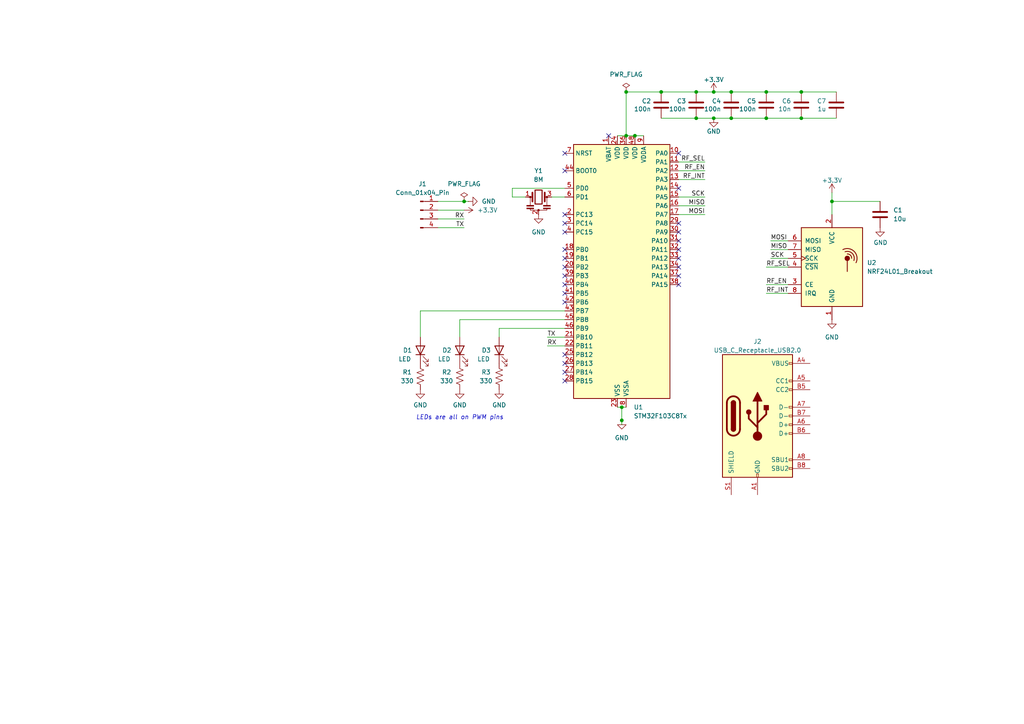
<source format=kicad_sch>
(kicad_sch
	(version 20231120)
	(generator "eeschema")
	(generator_version "8.0")
	(uuid "c6eed716-d37a-4acd-b8e2-ba11d3bec3ee")
	(paper "A4")
	(lib_symbols
		(symbol "+3.3V_1"
			(power)
			(pin_numbers hide)
			(pin_names
				(offset 0) hide)
			(exclude_from_sim no)
			(in_bom yes)
			(on_board yes)
			(property "Reference" "#PWR"
				(at 0 -3.81 0)
				(effects
					(font
						(size 1.27 1.27)
					)
					(hide yes)
				)
			)
			(property "Value" "+3.3V"
				(at 0 3.556 0)
				(effects
					(font
						(size 1.27 1.27)
					)
				)
			)
			(property "Footprint" ""
				(at 0 0 0)
				(effects
					(font
						(size 1.27 1.27)
					)
					(hide yes)
				)
			)
			(property "Datasheet" ""
				(at 0 0 0)
				(effects
					(font
						(size 1.27 1.27)
					)
					(hide yes)
				)
			)
			(property "Description" "Power symbol creates a global label with name \"+3.3V\""
				(at 0 0 0)
				(effects
					(font
						(size 1.27 1.27)
					)
					(hide yes)
				)
			)
			(property "ki_keywords" "global power"
				(at 0 0 0)
				(effects
					(font
						(size 1.27 1.27)
					)
					(hide yes)
				)
			)
			(symbol "+3.3V_1_0_1"
				(polyline
					(pts
						(xy -0.762 1.27) (xy 0 2.54)
					)
					(stroke
						(width 0)
						(type default)
					)
					(fill
						(type none)
					)
				)
				(polyline
					(pts
						(xy 0 0) (xy 0 2.54)
					)
					(stroke
						(width 0)
						(type default)
					)
					(fill
						(type none)
					)
				)
				(polyline
					(pts
						(xy 0 2.54) (xy 0.762 1.27)
					)
					(stroke
						(width 0)
						(type default)
					)
					(fill
						(type none)
					)
				)
			)
			(symbol "+3.3V_1_1_1"
				(pin power_in line
					(at 0 0 90)
					(length 0)
					(name "~"
						(effects
							(font
								(size 1.27 1.27)
							)
						)
					)
					(number "1"
						(effects
							(font
								(size 1.27 1.27)
							)
						)
					)
				)
			)
		)
		(symbol "Connector:Conn_01x04_Pin"
			(pin_names
				(offset 1.016) hide)
			(exclude_from_sim no)
			(in_bom yes)
			(on_board yes)
			(property "Reference" "J"
				(at 0 5.08 0)
				(effects
					(font
						(size 1.27 1.27)
					)
				)
			)
			(property "Value" "Conn_01x04_Pin"
				(at 0 -7.62 0)
				(effects
					(font
						(size 1.27 1.27)
					)
				)
			)
			(property "Footprint" ""
				(at 0 0 0)
				(effects
					(font
						(size 1.27 1.27)
					)
					(hide yes)
				)
			)
			(property "Datasheet" "~"
				(at 0 0 0)
				(effects
					(font
						(size 1.27 1.27)
					)
					(hide yes)
				)
			)
			(property "Description" "Generic connector, single row, 01x04, script generated"
				(at 0 0 0)
				(effects
					(font
						(size 1.27 1.27)
					)
					(hide yes)
				)
			)
			(property "ki_locked" ""
				(at 0 0 0)
				(effects
					(font
						(size 1.27 1.27)
					)
				)
			)
			(property "ki_keywords" "connector"
				(at 0 0 0)
				(effects
					(font
						(size 1.27 1.27)
					)
					(hide yes)
				)
			)
			(property "ki_fp_filters" "Connector*:*_1x??_*"
				(at 0 0 0)
				(effects
					(font
						(size 1.27 1.27)
					)
					(hide yes)
				)
			)
			(symbol "Conn_01x04_Pin_1_1"
				(polyline
					(pts
						(xy 1.27 -5.08) (xy 0.8636 -5.08)
					)
					(stroke
						(width 0.1524)
						(type default)
					)
					(fill
						(type none)
					)
				)
				(polyline
					(pts
						(xy 1.27 -2.54) (xy 0.8636 -2.54)
					)
					(stroke
						(width 0.1524)
						(type default)
					)
					(fill
						(type none)
					)
				)
				(polyline
					(pts
						(xy 1.27 0) (xy 0.8636 0)
					)
					(stroke
						(width 0.1524)
						(type default)
					)
					(fill
						(type none)
					)
				)
				(polyline
					(pts
						(xy 1.27 2.54) (xy 0.8636 2.54)
					)
					(stroke
						(width 0.1524)
						(type default)
					)
					(fill
						(type none)
					)
				)
				(rectangle
					(start 0.8636 -4.953)
					(end 0 -5.207)
					(stroke
						(width 0.1524)
						(type default)
					)
					(fill
						(type outline)
					)
				)
				(rectangle
					(start 0.8636 -2.413)
					(end 0 -2.667)
					(stroke
						(width 0.1524)
						(type default)
					)
					(fill
						(type outline)
					)
				)
				(rectangle
					(start 0.8636 0.127)
					(end 0 -0.127)
					(stroke
						(width 0.1524)
						(type default)
					)
					(fill
						(type outline)
					)
				)
				(rectangle
					(start 0.8636 2.667)
					(end 0 2.413)
					(stroke
						(width 0.1524)
						(type default)
					)
					(fill
						(type outline)
					)
				)
				(pin passive line
					(at 5.08 2.54 180)
					(length 3.81)
					(name "Pin_1"
						(effects
							(font
								(size 1.27 1.27)
							)
						)
					)
					(number "1"
						(effects
							(font
								(size 1.27 1.27)
							)
						)
					)
				)
				(pin passive line
					(at 5.08 0 180)
					(length 3.81)
					(name "Pin_2"
						(effects
							(font
								(size 1.27 1.27)
							)
						)
					)
					(number "2"
						(effects
							(font
								(size 1.27 1.27)
							)
						)
					)
				)
				(pin passive line
					(at 5.08 -2.54 180)
					(length 3.81)
					(name "Pin_3"
						(effects
							(font
								(size 1.27 1.27)
							)
						)
					)
					(number "3"
						(effects
							(font
								(size 1.27 1.27)
							)
						)
					)
				)
				(pin passive line
					(at 5.08 -5.08 180)
					(length 3.81)
					(name "Pin_4"
						(effects
							(font
								(size 1.27 1.27)
							)
						)
					)
					(number "4"
						(effects
							(font
								(size 1.27 1.27)
							)
						)
					)
				)
			)
		)
		(symbol "Connector:USB_C_Receptacle_USB2.0"
			(pin_names
				(offset 1.016)
			)
			(exclude_from_sim no)
			(in_bom yes)
			(on_board yes)
			(property "Reference" "J"
				(at -10.16 19.05 0)
				(effects
					(font
						(size 1.27 1.27)
					)
					(justify left)
				)
			)
			(property "Value" "USB_C_Receptacle_USB2.0"
				(at 19.05 19.05 0)
				(effects
					(font
						(size 1.27 1.27)
					)
					(justify right)
				)
			)
			(property "Footprint" ""
				(at 3.81 0 0)
				(effects
					(font
						(size 1.27 1.27)
					)
					(hide yes)
				)
			)
			(property "Datasheet" "https://www.usb.org/sites/default/files/documents/usb_type-c.zip"
				(at 3.81 0 0)
				(effects
					(font
						(size 1.27 1.27)
					)
					(hide yes)
				)
			)
			(property "Description" "USB 2.0-only Type-C Receptacle connector"
				(at 0 0 0)
				(effects
					(font
						(size 1.27 1.27)
					)
					(hide yes)
				)
			)
			(property "ki_keywords" "usb universal serial bus type-C USB2.0"
				(at 0 0 0)
				(effects
					(font
						(size 1.27 1.27)
					)
					(hide yes)
				)
			)
			(property "ki_fp_filters" "USB*C*Receptacle*"
				(at 0 0 0)
				(effects
					(font
						(size 1.27 1.27)
					)
					(hide yes)
				)
			)
			(symbol "USB_C_Receptacle_USB2.0_0_0"
				(rectangle
					(start -0.254 -17.78)
					(end 0.254 -16.764)
					(stroke
						(width 0)
						(type default)
					)
					(fill
						(type none)
					)
				)
				(rectangle
					(start 10.16 -14.986)
					(end 9.144 -15.494)
					(stroke
						(width 0)
						(type default)
					)
					(fill
						(type none)
					)
				)
				(rectangle
					(start 10.16 -12.446)
					(end 9.144 -12.954)
					(stroke
						(width 0)
						(type default)
					)
					(fill
						(type none)
					)
				)
				(rectangle
					(start 10.16 -4.826)
					(end 9.144 -5.334)
					(stroke
						(width 0)
						(type default)
					)
					(fill
						(type none)
					)
				)
				(rectangle
					(start 10.16 -2.286)
					(end 9.144 -2.794)
					(stroke
						(width 0)
						(type default)
					)
					(fill
						(type none)
					)
				)
				(rectangle
					(start 10.16 0.254)
					(end 9.144 -0.254)
					(stroke
						(width 0)
						(type default)
					)
					(fill
						(type none)
					)
				)
				(rectangle
					(start 10.16 2.794)
					(end 9.144 2.286)
					(stroke
						(width 0)
						(type default)
					)
					(fill
						(type none)
					)
				)
				(rectangle
					(start 10.16 7.874)
					(end 9.144 7.366)
					(stroke
						(width 0)
						(type default)
					)
					(fill
						(type none)
					)
				)
				(rectangle
					(start 10.16 10.414)
					(end 9.144 9.906)
					(stroke
						(width 0)
						(type default)
					)
					(fill
						(type none)
					)
				)
				(rectangle
					(start 10.16 15.494)
					(end 9.144 14.986)
					(stroke
						(width 0)
						(type default)
					)
					(fill
						(type none)
					)
				)
			)
			(symbol "USB_C_Receptacle_USB2.0_0_1"
				(rectangle
					(start -10.16 17.78)
					(end 10.16 -17.78)
					(stroke
						(width 0.254)
						(type default)
					)
					(fill
						(type background)
					)
				)
				(arc
					(start -8.89 -3.81)
					(mid -6.985 -5.7067)
					(end -5.08 -3.81)
					(stroke
						(width 0.508)
						(type default)
					)
					(fill
						(type none)
					)
				)
				(arc
					(start -7.62 -3.81)
					(mid -6.985 -4.4423)
					(end -6.35 -3.81)
					(stroke
						(width 0.254)
						(type default)
					)
					(fill
						(type none)
					)
				)
				(arc
					(start -7.62 -3.81)
					(mid -6.985 -4.4423)
					(end -6.35 -3.81)
					(stroke
						(width 0.254)
						(type default)
					)
					(fill
						(type outline)
					)
				)
				(rectangle
					(start -7.62 -3.81)
					(end -6.35 3.81)
					(stroke
						(width 0.254)
						(type default)
					)
					(fill
						(type outline)
					)
				)
				(arc
					(start -6.35 3.81)
					(mid -6.985 4.4423)
					(end -7.62 3.81)
					(stroke
						(width 0.254)
						(type default)
					)
					(fill
						(type none)
					)
				)
				(arc
					(start -6.35 3.81)
					(mid -6.985 4.4423)
					(end -7.62 3.81)
					(stroke
						(width 0.254)
						(type default)
					)
					(fill
						(type outline)
					)
				)
				(arc
					(start -5.08 3.81)
					(mid -6.985 5.7067)
					(end -8.89 3.81)
					(stroke
						(width 0.508)
						(type default)
					)
					(fill
						(type none)
					)
				)
				(circle
					(center -2.54 1.143)
					(radius 0.635)
					(stroke
						(width 0.254)
						(type default)
					)
					(fill
						(type outline)
					)
				)
				(circle
					(center 0 -5.842)
					(radius 1.27)
					(stroke
						(width 0)
						(type default)
					)
					(fill
						(type outline)
					)
				)
				(polyline
					(pts
						(xy -8.89 -3.81) (xy -8.89 3.81)
					)
					(stroke
						(width 0.508)
						(type default)
					)
					(fill
						(type none)
					)
				)
				(polyline
					(pts
						(xy -5.08 3.81) (xy -5.08 -3.81)
					)
					(stroke
						(width 0.508)
						(type default)
					)
					(fill
						(type none)
					)
				)
				(polyline
					(pts
						(xy 0 -5.842) (xy 0 4.318)
					)
					(stroke
						(width 0.508)
						(type default)
					)
					(fill
						(type none)
					)
				)
				(polyline
					(pts
						(xy 0 -3.302) (xy -2.54 -0.762) (xy -2.54 0.508)
					)
					(stroke
						(width 0.508)
						(type default)
					)
					(fill
						(type none)
					)
				)
				(polyline
					(pts
						(xy 0 -2.032) (xy 2.54 0.508) (xy 2.54 1.778)
					)
					(stroke
						(width 0.508)
						(type default)
					)
					(fill
						(type none)
					)
				)
				(polyline
					(pts
						(xy -1.27 4.318) (xy 0 6.858) (xy 1.27 4.318) (xy -1.27 4.318)
					)
					(stroke
						(width 0.254)
						(type default)
					)
					(fill
						(type outline)
					)
				)
				(rectangle
					(start 1.905 1.778)
					(end 3.175 3.048)
					(stroke
						(width 0.254)
						(type default)
					)
					(fill
						(type outline)
					)
				)
			)
			(symbol "USB_C_Receptacle_USB2.0_1_1"
				(pin passive line
					(at 0 -22.86 90)
					(length 5.08)
					(name "GND"
						(effects
							(font
								(size 1.27 1.27)
							)
						)
					)
					(number "A1"
						(effects
							(font
								(size 1.27 1.27)
							)
						)
					)
				)
				(pin passive line
					(at 0 -22.86 90)
					(length 5.08) hide
					(name "GND"
						(effects
							(font
								(size 1.27 1.27)
							)
						)
					)
					(number "A12"
						(effects
							(font
								(size 1.27 1.27)
							)
						)
					)
				)
				(pin passive line
					(at 15.24 15.24 180)
					(length 5.08)
					(name "VBUS"
						(effects
							(font
								(size 1.27 1.27)
							)
						)
					)
					(number "A4"
						(effects
							(font
								(size 1.27 1.27)
							)
						)
					)
				)
				(pin bidirectional line
					(at 15.24 10.16 180)
					(length 5.08)
					(name "CC1"
						(effects
							(font
								(size 1.27 1.27)
							)
						)
					)
					(number "A5"
						(effects
							(font
								(size 1.27 1.27)
							)
						)
					)
				)
				(pin bidirectional line
					(at 15.24 -2.54 180)
					(length 5.08)
					(name "D+"
						(effects
							(font
								(size 1.27 1.27)
							)
						)
					)
					(number "A6"
						(effects
							(font
								(size 1.27 1.27)
							)
						)
					)
				)
				(pin bidirectional line
					(at 15.24 2.54 180)
					(length 5.08)
					(name "D-"
						(effects
							(font
								(size 1.27 1.27)
							)
						)
					)
					(number "A7"
						(effects
							(font
								(size 1.27 1.27)
							)
						)
					)
				)
				(pin bidirectional line
					(at 15.24 -12.7 180)
					(length 5.08)
					(name "SBU1"
						(effects
							(font
								(size 1.27 1.27)
							)
						)
					)
					(number "A8"
						(effects
							(font
								(size 1.27 1.27)
							)
						)
					)
				)
				(pin passive line
					(at 15.24 15.24 180)
					(length 5.08) hide
					(name "VBUS"
						(effects
							(font
								(size 1.27 1.27)
							)
						)
					)
					(number "A9"
						(effects
							(font
								(size 1.27 1.27)
							)
						)
					)
				)
				(pin passive line
					(at 0 -22.86 90)
					(length 5.08) hide
					(name "GND"
						(effects
							(font
								(size 1.27 1.27)
							)
						)
					)
					(number "B1"
						(effects
							(font
								(size 1.27 1.27)
							)
						)
					)
				)
				(pin passive line
					(at 0 -22.86 90)
					(length 5.08) hide
					(name "GND"
						(effects
							(font
								(size 1.27 1.27)
							)
						)
					)
					(number "B12"
						(effects
							(font
								(size 1.27 1.27)
							)
						)
					)
				)
				(pin passive line
					(at 15.24 15.24 180)
					(length 5.08) hide
					(name "VBUS"
						(effects
							(font
								(size 1.27 1.27)
							)
						)
					)
					(number "B4"
						(effects
							(font
								(size 1.27 1.27)
							)
						)
					)
				)
				(pin bidirectional line
					(at 15.24 7.62 180)
					(length 5.08)
					(name "CC2"
						(effects
							(font
								(size 1.27 1.27)
							)
						)
					)
					(number "B5"
						(effects
							(font
								(size 1.27 1.27)
							)
						)
					)
				)
				(pin bidirectional line
					(at 15.24 -5.08 180)
					(length 5.08)
					(name "D+"
						(effects
							(font
								(size 1.27 1.27)
							)
						)
					)
					(number "B6"
						(effects
							(font
								(size 1.27 1.27)
							)
						)
					)
				)
				(pin bidirectional line
					(at 15.24 0 180)
					(length 5.08)
					(name "D-"
						(effects
							(font
								(size 1.27 1.27)
							)
						)
					)
					(number "B7"
						(effects
							(font
								(size 1.27 1.27)
							)
						)
					)
				)
				(pin bidirectional line
					(at 15.24 -15.24 180)
					(length 5.08)
					(name "SBU2"
						(effects
							(font
								(size 1.27 1.27)
							)
						)
					)
					(number "B8"
						(effects
							(font
								(size 1.27 1.27)
							)
						)
					)
				)
				(pin passive line
					(at 15.24 15.24 180)
					(length 5.08) hide
					(name "VBUS"
						(effects
							(font
								(size 1.27 1.27)
							)
						)
					)
					(number "B9"
						(effects
							(font
								(size 1.27 1.27)
							)
						)
					)
				)
				(pin passive line
					(at -7.62 -22.86 90)
					(length 5.08)
					(name "SHIELD"
						(effects
							(font
								(size 1.27 1.27)
							)
						)
					)
					(number "S1"
						(effects
							(font
								(size 1.27 1.27)
							)
						)
					)
				)
			)
		)
		(symbol "Device:C"
			(pin_numbers hide)
			(pin_names
				(offset 0.254)
			)
			(exclude_from_sim no)
			(in_bom yes)
			(on_board yes)
			(property "Reference" "C"
				(at 0.635 2.54 0)
				(effects
					(font
						(size 1.27 1.27)
					)
					(justify left)
				)
			)
			(property "Value" "C"
				(at 0.635 -2.54 0)
				(effects
					(font
						(size 1.27 1.27)
					)
					(justify left)
				)
			)
			(property "Footprint" ""
				(at 0.9652 -3.81 0)
				(effects
					(font
						(size 1.27 1.27)
					)
					(hide yes)
				)
			)
			(property "Datasheet" "~"
				(at 0 0 0)
				(effects
					(font
						(size 1.27 1.27)
					)
					(hide yes)
				)
			)
			(property "Description" "Unpolarized capacitor"
				(at 0 0 0)
				(effects
					(font
						(size 1.27 1.27)
					)
					(hide yes)
				)
			)
			(property "ki_keywords" "cap capacitor"
				(at 0 0 0)
				(effects
					(font
						(size 1.27 1.27)
					)
					(hide yes)
				)
			)
			(property "ki_fp_filters" "C_*"
				(at 0 0 0)
				(effects
					(font
						(size 1.27 1.27)
					)
					(hide yes)
				)
			)
			(symbol "C_0_1"
				(polyline
					(pts
						(xy -2.032 -0.762) (xy 2.032 -0.762)
					)
					(stroke
						(width 0.508)
						(type default)
					)
					(fill
						(type none)
					)
				)
				(polyline
					(pts
						(xy -2.032 0.762) (xy 2.032 0.762)
					)
					(stroke
						(width 0.508)
						(type default)
					)
					(fill
						(type none)
					)
				)
			)
			(symbol "C_1_1"
				(pin passive line
					(at 0 3.81 270)
					(length 2.794)
					(name "~"
						(effects
							(font
								(size 1.27 1.27)
							)
						)
					)
					(number "1"
						(effects
							(font
								(size 1.27 1.27)
							)
						)
					)
				)
				(pin passive line
					(at 0 -3.81 90)
					(length 2.794)
					(name "~"
						(effects
							(font
								(size 1.27 1.27)
							)
						)
					)
					(number "2"
						(effects
							(font
								(size 1.27 1.27)
							)
						)
					)
				)
			)
		)
		(symbol "Device:LED"
			(pin_numbers hide)
			(pin_names
				(offset 1.016) hide)
			(exclude_from_sim no)
			(in_bom yes)
			(on_board yes)
			(property "Reference" "D"
				(at 0 2.54 0)
				(effects
					(font
						(size 1.27 1.27)
					)
				)
			)
			(property "Value" "LED"
				(at 0 -2.54 0)
				(effects
					(font
						(size 1.27 1.27)
					)
				)
			)
			(property "Footprint" ""
				(at 0 0 0)
				(effects
					(font
						(size 1.27 1.27)
					)
					(hide yes)
				)
			)
			(property "Datasheet" "~"
				(at 0 0 0)
				(effects
					(font
						(size 1.27 1.27)
					)
					(hide yes)
				)
			)
			(property "Description" "Light emitting diode"
				(at 0 0 0)
				(effects
					(font
						(size 1.27 1.27)
					)
					(hide yes)
				)
			)
			(property "ki_keywords" "LED diode"
				(at 0 0 0)
				(effects
					(font
						(size 1.27 1.27)
					)
					(hide yes)
				)
			)
			(property "ki_fp_filters" "LED* LED_SMD:* LED_THT:*"
				(at 0 0 0)
				(effects
					(font
						(size 1.27 1.27)
					)
					(hide yes)
				)
			)
			(symbol "LED_0_1"
				(polyline
					(pts
						(xy -1.27 -1.27) (xy -1.27 1.27)
					)
					(stroke
						(width 0.254)
						(type default)
					)
					(fill
						(type none)
					)
				)
				(polyline
					(pts
						(xy -1.27 0) (xy 1.27 0)
					)
					(stroke
						(width 0)
						(type default)
					)
					(fill
						(type none)
					)
				)
				(polyline
					(pts
						(xy 1.27 -1.27) (xy 1.27 1.27) (xy -1.27 0) (xy 1.27 -1.27)
					)
					(stroke
						(width 0.254)
						(type default)
					)
					(fill
						(type none)
					)
				)
				(polyline
					(pts
						(xy -3.048 -0.762) (xy -4.572 -2.286) (xy -3.81 -2.286) (xy -4.572 -2.286) (xy -4.572 -1.524)
					)
					(stroke
						(width 0)
						(type default)
					)
					(fill
						(type none)
					)
				)
				(polyline
					(pts
						(xy -1.778 -0.762) (xy -3.302 -2.286) (xy -2.54 -2.286) (xy -3.302 -2.286) (xy -3.302 -1.524)
					)
					(stroke
						(width 0)
						(type default)
					)
					(fill
						(type none)
					)
				)
			)
			(symbol "LED_1_1"
				(pin passive line
					(at -3.81 0 0)
					(length 2.54)
					(name "K"
						(effects
							(font
								(size 1.27 1.27)
							)
						)
					)
					(number "1"
						(effects
							(font
								(size 1.27 1.27)
							)
						)
					)
				)
				(pin passive line
					(at 3.81 0 180)
					(length 2.54)
					(name "A"
						(effects
							(font
								(size 1.27 1.27)
							)
						)
					)
					(number "2"
						(effects
							(font
								(size 1.27 1.27)
							)
						)
					)
				)
			)
		)
		(symbol "Device:R_US"
			(pin_numbers hide)
			(pin_names
				(offset 0)
			)
			(exclude_from_sim no)
			(in_bom yes)
			(on_board yes)
			(property "Reference" "R"
				(at 2.54 0 90)
				(effects
					(font
						(size 1.27 1.27)
					)
				)
			)
			(property "Value" "R_US"
				(at -2.54 0 90)
				(effects
					(font
						(size 1.27 1.27)
					)
				)
			)
			(property "Footprint" ""
				(at 1.016 -0.254 90)
				(effects
					(font
						(size 1.27 1.27)
					)
					(hide yes)
				)
			)
			(property "Datasheet" "~"
				(at 0 0 0)
				(effects
					(font
						(size 1.27 1.27)
					)
					(hide yes)
				)
			)
			(property "Description" "Resistor, US symbol"
				(at 0 0 0)
				(effects
					(font
						(size 1.27 1.27)
					)
					(hide yes)
				)
			)
			(property "ki_keywords" "R res resistor"
				(at 0 0 0)
				(effects
					(font
						(size 1.27 1.27)
					)
					(hide yes)
				)
			)
			(property "ki_fp_filters" "R_*"
				(at 0 0 0)
				(effects
					(font
						(size 1.27 1.27)
					)
					(hide yes)
				)
			)
			(symbol "R_US_0_1"
				(polyline
					(pts
						(xy 0 -2.286) (xy 0 -2.54)
					)
					(stroke
						(width 0)
						(type default)
					)
					(fill
						(type none)
					)
				)
				(polyline
					(pts
						(xy 0 2.286) (xy 0 2.54)
					)
					(stroke
						(width 0)
						(type default)
					)
					(fill
						(type none)
					)
				)
				(polyline
					(pts
						(xy 0 -0.762) (xy 1.016 -1.143) (xy 0 -1.524) (xy -1.016 -1.905) (xy 0 -2.286)
					)
					(stroke
						(width 0)
						(type default)
					)
					(fill
						(type none)
					)
				)
				(polyline
					(pts
						(xy 0 0.762) (xy 1.016 0.381) (xy 0 0) (xy -1.016 -0.381) (xy 0 -0.762)
					)
					(stroke
						(width 0)
						(type default)
					)
					(fill
						(type none)
					)
				)
				(polyline
					(pts
						(xy 0 2.286) (xy 1.016 1.905) (xy 0 1.524) (xy -1.016 1.143) (xy 0 0.762)
					)
					(stroke
						(width 0)
						(type default)
					)
					(fill
						(type none)
					)
				)
			)
			(symbol "R_US_1_1"
				(pin passive line
					(at 0 3.81 270)
					(length 1.27)
					(name "~"
						(effects
							(font
								(size 1.27 1.27)
							)
						)
					)
					(number "1"
						(effects
							(font
								(size 1.27 1.27)
							)
						)
					)
				)
				(pin passive line
					(at 0 -3.81 90)
					(length 1.27)
					(name "~"
						(effects
							(font
								(size 1.27 1.27)
							)
						)
					)
					(number "2"
						(effects
							(font
								(size 1.27 1.27)
							)
						)
					)
				)
			)
		)
		(symbol "Device:Resonator"
			(pin_names
				(offset 1.016) hide)
			(exclude_from_sim no)
			(in_bom yes)
			(on_board yes)
			(property "Reference" "Y"
				(at 0 5.715 0)
				(effects
					(font
						(size 1.27 1.27)
					)
				)
			)
			(property "Value" "Resonator"
				(at 0 3.81 0)
				(effects
					(font
						(size 1.27 1.27)
					)
				)
			)
			(property "Footprint" ""
				(at -0.635 0 0)
				(effects
					(font
						(size 1.27 1.27)
					)
					(hide yes)
				)
			)
			(property "Datasheet" "~"
				(at -0.635 0 0)
				(effects
					(font
						(size 1.27 1.27)
					)
					(hide yes)
				)
			)
			(property "Description" "Three pin ceramic resonator"
				(at 0 0 0)
				(effects
					(font
						(size 1.27 1.27)
					)
					(hide yes)
				)
			)
			(property "ki_keywords" "ceramic resonator"
				(at 0 0 0)
				(effects
					(font
						(size 1.27 1.27)
					)
					(hide yes)
				)
			)
			(property "ki_fp_filters" "Filter* Resonator*"
				(at 0 0 0)
				(effects
					(font
						(size 1.27 1.27)
					)
					(hide yes)
				)
			)
			(symbol "Resonator_0_1"
				(rectangle
					(start -3.429 -3.175)
					(end -1.397 -3.429)
					(stroke
						(width 0)
						(type default)
					)
					(fill
						(type outline)
					)
				)
				(rectangle
					(start -3.429 -2.413)
					(end -1.397 -2.667)
					(stroke
						(width 0)
						(type default)
					)
					(fill
						(type outline)
					)
				)
				(circle
					(center -2.413 0)
					(radius 0.254)
					(stroke
						(width 0)
						(type default)
					)
					(fill
						(type outline)
					)
				)
				(rectangle
					(start -1.016 2.032)
					(end 1.016 -2.032)
					(stroke
						(width 0.3048)
						(type default)
					)
					(fill
						(type none)
					)
				)
				(circle
					(center 0 -3.81)
					(radius 0.254)
					(stroke
						(width 0)
						(type default)
					)
					(fill
						(type outline)
					)
				)
				(polyline
					(pts
						(xy -2.413 -2.413) (xy -2.413 0)
					)
					(stroke
						(width 0)
						(type default)
					)
					(fill
						(type none)
					)
				)
				(polyline
					(pts
						(xy -1.905 0) (xy -3.175 0)
					)
					(stroke
						(width 0)
						(type default)
					)
					(fill
						(type none)
					)
				)
				(polyline
					(pts
						(xy -1.778 -1.27) (xy -1.778 1.27)
					)
					(stroke
						(width 0.508)
						(type default)
					)
					(fill
						(type none)
					)
				)
				(polyline
					(pts
						(xy 1.778 -1.27) (xy 1.778 1.27)
					)
					(stroke
						(width 0.508)
						(type default)
					)
					(fill
						(type none)
					)
				)
				(polyline
					(pts
						(xy 1.905 0) (xy 2.54 0)
					)
					(stroke
						(width 0)
						(type default)
					)
					(fill
						(type none)
					)
				)
				(polyline
					(pts
						(xy 2.413 0) (xy 2.413 -2.54)
					)
					(stroke
						(width 0)
						(type default)
					)
					(fill
						(type none)
					)
				)
				(polyline
					(pts
						(xy 2.413 -3.302) (xy 2.413 -3.81) (xy -2.413 -3.81) (xy -2.413 -3.302)
					)
					(stroke
						(width 0)
						(type default)
					)
					(fill
						(type none)
					)
				)
				(rectangle
					(start 1.397 -3.175)
					(end 3.429 -3.429)
					(stroke
						(width 0)
						(type default)
					)
					(fill
						(type outline)
					)
				)
				(rectangle
					(start 1.397 -2.413)
					(end 3.429 -2.667)
					(stroke
						(width 0)
						(type default)
					)
					(fill
						(type outline)
					)
				)
				(circle
					(center 2.413 0)
					(radius 0.254)
					(stroke
						(width 0)
						(type default)
					)
					(fill
						(type outline)
					)
				)
			)
			(symbol "Resonator_1_1"
				(pin passive line
					(at -3.81 0 0)
					(length 1.27)
					(name "1"
						(effects
							(font
								(size 1.27 1.27)
							)
						)
					)
					(number "1"
						(effects
							(font
								(size 1.27 1.27)
							)
						)
					)
				)
				(pin passive line
					(at 0 -5.08 90)
					(length 1.27)
					(name "2"
						(effects
							(font
								(size 1.27 1.27)
							)
						)
					)
					(number "2"
						(effects
							(font
								(size 1.27 1.27)
							)
						)
					)
				)
				(pin passive line
					(at 3.81 0 180)
					(length 1.27)
					(name "3"
						(effects
							(font
								(size 1.27 1.27)
							)
						)
					)
					(number "3"
						(effects
							(font
								(size 1.27 1.27)
							)
						)
					)
				)
			)
		)
		(symbol "GND_1"
			(power)
			(pin_numbers hide)
			(pin_names
				(offset 0) hide)
			(exclude_from_sim no)
			(in_bom yes)
			(on_board yes)
			(property "Reference" "#PWR"
				(at 0 -6.35 0)
				(effects
					(font
						(size 1.27 1.27)
					)
					(hide yes)
				)
			)
			(property "Value" "GND"
				(at 0 -3.81 0)
				(effects
					(font
						(size 1.27 1.27)
					)
				)
			)
			(property "Footprint" ""
				(at 0 0 0)
				(effects
					(font
						(size 1.27 1.27)
					)
					(hide yes)
				)
			)
			(property "Datasheet" ""
				(at 0 0 0)
				(effects
					(font
						(size 1.27 1.27)
					)
					(hide yes)
				)
			)
			(property "Description" "Power symbol creates a global label with name \"GND\" , ground"
				(at 0 0 0)
				(effects
					(font
						(size 1.27 1.27)
					)
					(hide yes)
				)
			)
			(property "ki_keywords" "global power"
				(at 0 0 0)
				(effects
					(font
						(size 1.27 1.27)
					)
					(hide yes)
				)
			)
			(symbol "GND_1_0_1"
				(polyline
					(pts
						(xy 0 0) (xy 0 -1.27) (xy 1.27 -1.27) (xy 0 -2.54) (xy -1.27 -1.27) (xy 0 -1.27)
					)
					(stroke
						(width 0)
						(type default)
					)
					(fill
						(type none)
					)
				)
			)
			(symbol "GND_1_1_1"
				(pin power_in line
					(at 0 0 270)
					(length 0)
					(name "~"
						(effects
							(font
								(size 1.27 1.27)
							)
						)
					)
					(number "1"
						(effects
							(font
								(size 1.27 1.27)
							)
						)
					)
				)
			)
		)
		(symbol "GND_2"
			(power)
			(pin_numbers hide)
			(pin_names
				(offset 0) hide)
			(exclude_from_sim no)
			(in_bom yes)
			(on_board yes)
			(property "Reference" "#PWR"
				(at 0 -6.35 0)
				(effects
					(font
						(size 1.27 1.27)
					)
					(hide yes)
				)
			)
			(property "Value" "GND"
				(at 0 -3.81 0)
				(effects
					(font
						(size 1.27 1.27)
					)
				)
			)
			(property "Footprint" ""
				(at 0 0 0)
				(effects
					(font
						(size 1.27 1.27)
					)
					(hide yes)
				)
			)
			(property "Datasheet" ""
				(at 0 0 0)
				(effects
					(font
						(size 1.27 1.27)
					)
					(hide yes)
				)
			)
			(property "Description" "Power symbol creates a global label with name \"GND\" , ground"
				(at 0 0 0)
				(effects
					(font
						(size 1.27 1.27)
					)
					(hide yes)
				)
			)
			(property "ki_keywords" "global power"
				(at 0 0 0)
				(effects
					(font
						(size 1.27 1.27)
					)
					(hide yes)
				)
			)
			(symbol "GND_2_0_1"
				(polyline
					(pts
						(xy 0 0) (xy 0 -1.27) (xy 1.27 -1.27) (xy 0 -2.54) (xy -1.27 -1.27) (xy 0 -1.27)
					)
					(stroke
						(width 0)
						(type default)
					)
					(fill
						(type none)
					)
				)
			)
			(symbol "GND_2_1_1"
				(pin power_in line
					(at 0 0 270)
					(length 0)
					(name "~"
						(effects
							(font
								(size 1.27 1.27)
							)
						)
					)
					(number "1"
						(effects
							(font
								(size 1.27 1.27)
							)
						)
					)
				)
			)
		)
		(symbol "GND_3"
			(power)
			(pin_numbers hide)
			(pin_names
				(offset 0) hide)
			(exclude_from_sim no)
			(in_bom yes)
			(on_board yes)
			(property "Reference" "#PWR"
				(at 0 -6.35 0)
				(effects
					(font
						(size 1.27 1.27)
					)
					(hide yes)
				)
			)
			(property "Value" "GND"
				(at 0 -3.81 0)
				(effects
					(font
						(size 1.27 1.27)
					)
				)
			)
			(property "Footprint" ""
				(at 0 0 0)
				(effects
					(font
						(size 1.27 1.27)
					)
					(hide yes)
				)
			)
			(property "Datasheet" ""
				(at 0 0 0)
				(effects
					(font
						(size 1.27 1.27)
					)
					(hide yes)
				)
			)
			(property "Description" "Power symbol creates a global label with name \"GND\" , ground"
				(at 0 0 0)
				(effects
					(font
						(size 1.27 1.27)
					)
					(hide yes)
				)
			)
			(property "ki_keywords" "global power"
				(at 0 0 0)
				(effects
					(font
						(size 1.27 1.27)
					)
					(hide yes)
				)
			)
			(symbol "GND_3_0_1"
				(polyline
					(pts
						(xy 0 0) (xy 0 -1.27) (xy 1.27 -1.27) (xy 0 -2.54) (xy -1.27 -1.27) (xy 0 -1.27)
					)
					(stroke
						(width 0)
						(type default)
					)
					(fill
						(type none)
					)
				)
			)
			(symbol "GND_3_1_1"
				(pin power_in line
					(at 0 0 270)
					(length 0)
					(name "~"
						(effects
							(font
								(size 1.27 1.27)
							)
						)
					)
					(number "1"
						(effects
							(font
								(size 1.27 1.27)
							)
						)
					)
				)
			)
		)
		(symbol "GND_4"
			(power)
			(pin_numbers hide)
			(pin_names
				(offset 0) hide)
			(exclude_from_sim no)
			(in_bom yes)
			(on_board yes)
			(property "Reference" "#PWR"
				(at 0 -6.35 0)
				(effects
					(font
						(size 1.27 1.27)
					)
					(hide yes)
				)
			)
			(property "Value" "GND"
				(at 0 -3.81 0)
				(effects
					(font
						(size 1.27 1.27)
					)
				)
			)
			(property "Footprint" ""
				(at 0 0 0)
				(effects
					(font
						(size 1.27 1.27)
					)
					(hide yes)
				)
			)
			(property "Datasheet" ""
				(at 0 0 0)
				(effects
					(font
						(size 1.27 1.27)
					)
					(hide yes)
				)
			)
			(property "Description" "Power symbol creates a global label with name \"GND\" , ground"
				(at 0 0 0)
				(effects
					(font
						(size 1.27 1.27)
					)
					(hide yes)
				)
			)
			(property "ki_keywords" "global power"
				(at 0 0 0)
				(effects
					(font
						(size 1.27 1.27)
					)
					(hide yes)
				)
			)
			(symbol "GND_4_0_1"
				(polyline
					(pts
						(xy 0 0) (xy 0 -1.27) (xy 1.27 -1.27) (xy 0 -2.54) (xy -1.27 -1.27) (xy 0 -1.27)
					)
					(stroke
						(width 0)
						(type default)
					)
					(fill
						(type none)
					)
				)
			)
			(symbol "GND_4_1_1"
				(pin power_in line
					(at 0 0 270)
					(length 0)
					(name "~"
						(effects
							(font
								(size 1.27 1.27)
							)
						)
					)
					(number "1"
						(effects
							(font
								(size 1.27 1.27)
							)
						)
					)
				)
			)
		)
		(symbol "MCU_ST_STM32F1:STM32F103C8Tx"
			(exclude_from_sim no)
			(in_bom yes)
			(on_board yes)
			(property "Reference" "U"
				(at -12.7 39.37 0)
				(effects
					(font
						(size 1.27 1.27)
					)
					(justify left)
				)
			)
			(property "Value" "STM32F103C8Tx"
				(at 10.16 39.37 0)
				(effects
					(font
						(size 1.27 1.27)
					)
					(justify left)
				)
			)
			(property "Footprint" "Package_QFP:LQFP-48_7x7mm_P0.5mm"
				(at -12.7 -35.56 0)
				(effects
					(font
						(size 1.27 1.27)
					)
					(justify right)
					(hide yes)
				)
			)
			(property "Datasheet" "https://www.st.com/resource/en/datasheet/stm32f103c8.pdf"
				(at 0 0 0)
				(effects
					(font
						(size 1.27 1.27)
					)
					(hide yes)
				)
			)
			(property "Description" "STMicroelectronics Arm Cortex-M3 MCU, 64KB flash, 20KB RAM, 72 MHz, 2.0-3.6V, 37 GPIO, LQFP48"
				(at 0 0 0)
				(effects
					(font
						(size 1.27 1.27)
					)
					(hide yes)
				)
			)
			(property "ki_locked" ""
				(at 0 0 0)
				(effects
					(font
						(size 1.27 1.27)
					)
				)
			)
			(property "ki_keywords" "Arm Cortex-M3 STM32F1 STM32F103"
				(at 0 0 0)
				(effects
					(font
						(size 1.27 1.27)
					)
					(hide yes)
				)
			)
			(property "ki_fp_filters" "LQFP*7x7mm*P0.5mm*"
				(at 0 0 0)
				(effects
					(font
						(size 1.27 1.27)
					)
					(hide yes)
				)
			)
			(symbol "STM32F103C8Tx_0_1"
				(rectangle
					(start -12.7 -35.56)
					(end 15.24 38.1)
					(stroke
						(width 0.254)
						(type default)
					)
					(fill
						(type background)
					)
				)
			)
			(symbol "STM32F103C8Tx_1_1"
				(pin power_in line
					(at -2.54 40.64 270)
					(length 2.54)
					(name "VBAT"
						(effects
							(font
								(size 1.27 1.27)
							)
						)
					)
					(number "1"
						(effects
							(font
								(size 1.27 1.27)
							)
						)
					)
				)
				(pin bidirectional line
					(at 17.78 35.56 180)
					(length 2.54)
					(name "PA0"
						(effects
							(font
								(size 1.27 1.27)
							)
						)
					)
					(number "10"
						(effects
							(font
								(size 1.27 1.27)
							)
						)
					)
					(alternate "ADC1_IN0" bidirectional line)
					(alternate "ADC2_IN0" bidirectional line)
					(alternate "SYS_WKUP" bidirectional line)
					(alternate "TIM2_CH1" bidirectional line)
					(alternate "TIM2_ETR" bidirectional line)
					(alternate "USART2_CTS" bidirectional line)
				)
				(pin bidirectional line
					(at 17.78 33.02 180)
					(length 2.54)
					(name "PA1"
						(effects
							(font
								(size 1.27 1.27)
							)
						)
					)
					(number "11"
						(effects
							(font
								(size 1.27 1.27)
							)
						)
					)
					(alternate "ADC1_IN1" bidirectional line)
					(alternate "ADC2_IN1" bidirectional line)
					(alternate "TIM2_CH2" bidirectional line)
					(alternate "USART2_RTS" bidirectional line)
				)
				(pin bidirectional line
					(at 17.78 30.48 180)
					(length 2.54)
					(name "PA2"
						(effects
							(font
								(size 1.27 1.27)
							)
						)
					)
					(number "12"
						(effects
							(font
								(size 1.27 1.27)
							)
						)
					)
					(alternate "ADC1_IN2" bidirectional line)
					(alternate "ADC2_IN2" bidirectional line)
					(alternate "TIM2_CH3" bidirectional line)
					(alternate "USART2_TX" bidirectional line)
				)
				(pin bidirectional line
					(at 17.78 27.94 180)
					(length 2.54)
					(name "PA3"
						(effects
							(font
								(size 1.27 1.27)
							)
						)
					)
					(number "13"
						(effects
							(font
								(size 1.27 1.27)
							)
						)
					)
					(alternate "ADC1_IN3" bidirectional line)
					(alternate "ADC2_IN3" bidirectional line)
					(alternate "TIM2_CH4" bidirectional line)
					(alternate "USART2_RX" bidirectional line)
				)
				(pin bidirectional line
					(at 17.78 25.4 180)
					(length 2.54)
					(name "PA4"
						(effects
							(font
								(size 1.27 1.27)
							)
						)
					)
					(number "14"
						(effects
							(font
								(size 1.27 1.27)
							)
						)
					)
					(alternate "ADC1_IN4" bidirectional line)
					(alternate "ADC2_IN4" bidirectional line)
					(alternate "SPI1_NSS" bidirectional line)
					(alternate "USART2_CK" bidirectional line)
				)
				(pin bidirectional line
					(at 17.78 22.86 180)
					(length 2.54)
					(name "PA5"
						(effects
							(font
								(size 1.27 1.27)
							)
						)
					)
					(number "15"
						(effects
							(font
								(size 1.27 1.27)
							)
						)
					)
					(alternate "ADC1_IN5" bidirectional line)
					(alternate "ADC2_IN5" bidirectional line)
					(alternate "SPI1_SCK" bidirectional line)
				)
				(pin bidirectional line
					(at 17.78 20.32 180)
					(length 2.54)
					(name "PA6"
						(effects
							(font
								(size 1.27 1.27)
							)
						)
					)
					(number "16"
						(effects
							(font
								(size 1.27 1.27)
							)
						)
					)
					(alternate "ADC1_IN6" bidirectional line)
					(alternate "ADC2_IN6" bidirectional line)
					(alternate "SPI1_MISO" bidirectional line)
					(alternate "TIM1_BKIN" bidirectional line)
					(alternate "TIM3_CH1" bidirectional line)
				)
				(pin bidirectional line
					(at 17.78 17.78 180)
					(length 2.54)
					(name "PA7"
						(effects
							(font
								(size 1.27 1.27)
							)
						)
					)
					(number "17"
						(effects
							(font
								(size 1.27 1.27)
							)
						)
					)
					(alternate "ADC1_IN7" bidirectional line)
					(alternate "ADC2_IN7" bidirectional line)
					(alternate "SPI1_MOSI" bidirectional line)
					(alternate "TIM1_CH1N" bidirectional line)
					(alternate "TIM3_CH2" bidirectional line)
				)
				(pin bidirectional line
					(at -15.24 7.62 0)
					(length 2.54)
					(name "PB0"
						(effects
							(font
								(size 1.27 1.27)
							)
						)
					)
					(number "18"
						(effects
							(font
								(size 1.27 1.27)
							)
						)
					)
					(alternate "ADC1_IN8" bidirectional line)
					(alternate "ADC2_IN8" bidirectional line)
					(alternate "TIM1_CH2N" bidirectional line)
					(alternate "TIM3_CH3" bidirectional line)
				)
				(pin bidirectional line
					(at -15.24 5.08 0)
					(length 2.54)
					(name "PB1"
						(effects
							(font
								(size 1.27 1.27)
							)
						)
					)
					(number "19"
						(effects
							(font
								(size 1.27 1.27)
							)
						)
					)
					(alternate "ADC1_IN9" bidirectional line)
					(alternate "ADC2_IN9" bidirectional line)
					(alternate "TIM1_CH3N" bidirectional line)
					(alternate "TIM3_CH4" bidirectional line)
				)
				(pin bidirectional line
					(at -15.24 17.78 0)
					(length 2.54)
					(name "PC13"
						(effects
							(font
								(size 1.27 1.27)
							)
						)
					)
					(number "2"
						(effects
							(font
								(size 1.27 1.27)
							)
						)
					)
					(alternate "RTC_OUT" bidirectional line)
					(alternate "RTC_TAMPER" bidirectional line)
				)
				(pin bidirectional line
					(at -15.24 2.54 0)
					(length 2.54)
					(name "PB2"
						(effects
							(font
								(size 1.27 1.27)
							)
						)
					)
					(number "20"
						(effects
							(font
								(size 1.27 1.27)
							)
						)
					)
				)
				(pin bidirectional line
					(at -15.24 -17.78 0)
					(length 2.54)
					(name "PB10"
						(effects
							(font
								(size 1.27 1.27)
							)
						)
					)
					(number "21"
						(effects
							(font
								(size 1.27 1.27)
							)
						)
					)
					(alternate "I2C2_SCL" bidirectional line)
					(alternate "TIM2_CH3" bidirectional line)
					(alternate "USART3_TX" bidirectional line)
				)
				(pin bidirectional line
					(at -15.24 -20.32 0)
					(length 2.54)
					(name "PB11"
						(effects
							(font
								(size 1.27 1.27)
							)
						)
					)
					(number "22"
						(effects
							(font
								(size 1.27 1.27)
							)
						)
					)
					(alternate "ADC1_EXTI11" bidirectional line)
					(alternate "ADC2_EXTI11" bidirectional line)
					(alternate "I2C2_SDA" bidirectional line)
					(alternate "TIM2_CH4" bidirectional line)
					(alternate "USART3_RX" bidirectional line)
				)
				(pin power_in line
					(at 0 -38.1 90)
					(length 2.54)
					(name "VSS"
						(effects
							(font
								(size 1.27 1.27)
							)
						)
					)
					(number "23"
						(effects
							(font
								(size 1.27 1.27)
							)
						)
					)
				)
				(pin power_in line
					(at 0 40.64 270)
					(length 2.54)
					(name "VDD"
						(effects
							(font
								(size 1.27 1.27)
							)
						)
					)
					(number "24"
						(effects
							(font
								(size 1.27 1.27)
							)
						)
					)
				)
				(pin bidirectional line
					(at -15.24 -22.86 0)
					(length 2.54)
					(name "PB12"
						(effects
							(font
								(size 1.27 1.27)
							)
						)
					)
					(number "25"
						(effects
							(font
								(size 1.27 1.27)
							)
						)
					)
					(alternate "I2C2_SMBA" bidirectional line)
					(alternate "SPI2_NSS" bidirectional line)
					(alternate "TIM1_BKIN" bidirectional line)
					(alternate "USART3_CK" bidirectional line)
				)
				(pin bidirectional line
					(at -15.24 -25.4 0)
					(length 2.54)
					(name "PB13"
						(effects
							(font
								(size 1.27 1.27)
							)
						)
					)
					(number "26"
						(effects
							(font
								(size 1.27 1.27)
							)
						)
					)
					(alternate "SPI2_SCK" bidirectional line)
					(alternate "TIM1_CH1N" bidirectional line)
					(alternate "USART3_CTS" bidirectional line)
				)
				(pin bidirectional line
					(at -15.24 -27.94 0)
					(length 2.54)
					(name "PB14"
						(effects
							(font
								(size 1.27 1.27)
							)
						)
					)
					(number "27"
						(effects
							(font
								(size 1.27 1.27)
							)
						)
					)
					(alternate "SPI2_MISO" bidirectional line)
					(alternate "TIM1_CH2N" bidirectional line)
					(alternate "USART3_RTS" bidirectional line)
				)
				(pin bidirectional line
					(at -15.24 -30.48 0)
					(length 2.54)
					(name "PB15"
						(effects
							(font
								(size 1.27 1.27)
							)
						)
					)
					(number "28"
						(effects
							(font
								(size 1.27 1.27)
							)
						)
					)
					(alternate "ADC1_EXTI15" bidirectional line)
					(alternate "ADC2_EXTI15" bidirectional line)
					(alternate "SPI2_MOSI" bidirectional line)
					(alternate "TIM1_CH3N" bidirectional line)
				)
				(pin bidirectional line
					(at 17.78 15.24 180)
					(length 2.54)
					(name "PA8"
						(effects
							(font
								(size 1.27 1.27)
							)
						)
					)
					(number "29"
						(effects
							(font
								(size 1.27 1.27)
							)
						)
					)
					(alternate "RCC_MCO" bidirectional line)
					(alternate "TIM1_CH1" bidirectional line)
					(alternate "USART1_CK" bidirectional line)
				)
				(pin bidirectional line
					(at -15.24 15.24 0)
					(length 2.54)
					(name "PC14"
						(effects
							(font
								(size 1.27 1.27)
							)
						)
					)
					(number "3"
						(effects
							(font
								(size 1.27 1.27)
							)
						)
					)
					(alternate "RCC_OSC32_IN" bidirectional line)
				)
				(pin bidirectional line
					(at 17.78 12.7 180)
					(length 2.54)
					(name "PA9"
						(effects
							(font
								(size 1.27 1.27)
							)
						)
					)
					(number "30"
						(effects
							(font
								(size 1.27 1.27)
							)
						)
					)
					(alternate "TIM1_CH2" bidirectional line)
					(alternate "USART1_TX" bidirectional line)
				)
				(pin bidirectional line
					(at 17.78 10.16 180)
					(length 2.54)
					(name "PA10"
						(effects
							(font
								(size 1.27 1.27)
							)
						)
					)
					(number "31"
						(effects
							(font
								(size 1.27 1.27)
							)
						)
					)
					(alternate "TIM1_CH3" bidirectional line)
					(alternate "USART1_RX" bidirectional line)
				)
				(pin bidirectional line
					(at 17.78 7.62 180)
					(length 2.54)
					(name "PA11"
						(effects
							(font
								(size 1.27 1.27)
							)
						)
					)
					(number "32"
						(effects
							(font
								(size 1.27 1.27)
							)
						)
					)
					(alternate "ADC1_EXTI11" bidirectional line)
					(alternate "ADC2_EXTI11" bidirectional line)
					(alternate "CAN_RX" bidirectional line)
					(alternate "TIM1_CH4" bidirectional line)
					(alternate "USART1_CTS" bidirectional line)
					(alternate "USB_DM" bidirectional line)
				)
				(pin bidirectional line
					(at 17.78 5.08 180)
					(length 2.54)
					(name "PA12"
						(effects
							(font
								(size 1.27 1.27)
							)
						)
					)
					(number "33"
						(effects
							(font
								(size 1.27 1.27)
							)
						)
					)
					(alternate "CAN_TX" bidirectional line)
					(alternate "TIM1_ETR" bidirectional line)
					(alternate "USART1_RTS" bidirectional line)
					(alternate "USB_DP" bidirectional line)
				)
				(pin bidirectional line
					(at 17.78 2.54 180)
					(length 2.54)
					(name "PA13"
						(effects
							(font
								(size 1.27 1.27)
							)
						)
					)
					(number "34"
						(effects
							(font
								(size 1.27 1.27)
							)
						)
					)
					(alternate "SYS_JTMS-SWDIO" bidirectional line)
				)
				(pin passive line
					(at 0 -38.1 90)
					(length 2.54) hide
					(name "VSS"
						(effects
							(font
								(size 1.27 1.27)
							)
						)
					)
					(number "35"
						(effects
							(font
								(size 1.27 1.27)
							)
						)
					)
				)
				(pin power_in line
					(at 2.54 40.64 270)
					(length 2.54)
					(name "VDD"
						(effects
							(font
								(size 1.27 1.27)
							)
						)
					)
					(number "36"
						(effects
							(font
								(size 1.27 1.27)
							)
						)
					)
				)
				(pin bidirectional line
					(at 17.78 0 180)
					(length 2.54)
					(name "PA14"
						(effects
							(font
								(size 1.27 1.27)
							)
						)
					)
					(number "37"
						(effects
							(font
								(size 1.27 1.27)
							)
						)
					)
					(alternate "SYS_JTCK-SWCLK" bidirectional line)
				)
				(pin bidirectional line
					(at 17.78 -2.54 180)
					(length 2.54)
					(name "PA15"
						(effects
							(font
								(size 1.27 1.27)
							)
						)
					)
					(number "38"
						(effects
							(font
								(size 1.27 1.27)
							)
						)
					)
					(alternate "ADC1_EXTI15" bidirectional line)
					(alternate "ADC2_EXTI15" bidirectional line)
					(alternate "SPI1_NSS" bidirectional line)
					(alternate "SYS_JTDI" bidirectional line)
					(alternate "TIM2_CH1" bidirectional line)
					(alternate "TIM2_ETR" bidirectional line)
				)
				(pin bidirectional line
					(at -15.24 0 0)
					(length 2.54)
					(name "PB3"
						(effects
							(font
								(size 1.27 1.27)
							)
						)
					)
					(number "39"
						(effects
							(font
								(size 1.27 1.27)
							)
						)
					)
					(alternate "SPI1_SCK" bidirectional line)
					(alternate "SYS_JTDO-TRACESWO" bidirectional line)
					(alternate "TIM2_CH2" bidirectional line)
				)
				(pin bidirectional line
					(at -15.24 12.7 0)
					(length 2.54)
					(name "PC15"
						(effects
							(font
								(size 1.27 1.27)
							)
						)
					)
					(number "4"
						(effects
							(font
								(size 1.27 1.27)
							)
						)
					)
					(alternate "ADC1_EXTI15" bidirectional line)
					(alternate "ADC2_EXTI15" bidirectional line)
					(alternate "RCC_OSC32_OUT" bidirectional line)
				)
				(pin bidirectional line
					(at -15.24 -2.54 0)
					(length 2.54)
					(name "PB4"
						(effects
							(font
								(size 1.27 1.27)
							)
						)
					)
					(number "40"
						(effects
							(font
								(size 1.27 1.27)
							)
						)
					)
					(alternate "SPI1_MISO" bidirectional line)
					(alternate "SYS_NJTRST" bidirectional line)
					(alternate "TIM3_CH1" bidirectional line)
				)
				(pin bidirectional line
					(at -15.24 -5.08 0)
					(length 2.54)
					(name "PB5"
						(effects
							(font
								(size 1.27 1.27)
							)
						)
					)
					(number "41"
						(effects
							(font
								(size 1.27 1.27)
							)
						)
					)
					(alternate "I2C1_SMBA" bidirectional line)
					(alternate "SPI1_MOSI" bidirectional line)
					(alternate "TIM3_CH2" bidirectional line)
				)
				(pin bidirectional line
					(at -15.24 -7.62 0)
					(length 2.54)
					(name "PB6"
						(effects
							(font
								(size 1.27 1.27)
							)
						)
					)
					(number "42"
						(effects
							(font
								(size 1.27 1.27)
							)
						)
					)
					(alternate "I2C1_SCL" bidirectional line)
					(alternate "TIM4_CH1" bidirectional line)
					(alternate "USART1_TX" bidirectional line)
				)
				(pin bidirectional line
					(at -15.24 -10.16 0)
					(length 2.54)
					(name "PB7"
						(effects
							(font
								(size 1.27 1.27)
							)
						)
					)
					(number "43"
						(effects
							(font
								(size 1.27 1.27)
							)
						)
					)
					(alternate "I2C1_SDA" bidirectional line)
					(alternate "TIM4_CH2" bidirectional line)
					(alternate "USART1_RX" bidirectional line)
				)
				(pin input line
					(at -15.24 30.48 0)
					(length 2.54)
					(name "BOOT0"
						(effects
							(font
								(size 1.27 1.27)
							)
						)
					)
					(number "44"
						(effects
							(font
								(size 1.27 1.27)
							)
						)
					)
				)
				(pin bidirectional line
					(at -15.24 -12.7 0)
					(length 2.54)
					(name "PB8"
						(effects
							(font
								(size 1.27 1.27)
							)
						)
					)
					(number "45"
						(effects
							(font
								(size 1.27 1.27)
							)
						)
					)
					(alternate "CAN_RX" bidirectional line)
					(alternate "I2C1_SCL" bidirectional line)
					(alternate "TIM4_CH3" bidirectional line)
				)
				(pin bidirectional line
					(at -15.24 -15.24 0)
					(length 2.54)
					(name "PB9"
						(effects
							(font
								(size 1.27 1.27)
							)
						)
					)
					(number "46"
						(effects
							(font
								(size 1.27 1.27)
							)
						)
					)
					(alternate "CAN_TX" bidirectional line)
					(alternate "I2C1_SDA" bidirectional line)
					(alternate "TIM4_CH4" bidirectional line)
				)
				(pin passive line
					(at 0 -38.1 90)
					(length 2.54) hide
					(name "VSS"
						(effects
							(font
								(size 1.27 1.27)
							)
						)
					)
					(number "47"
						(effects
							(font
								(size 1.27 1.27)
							)
						)
					)
				)
				(pin power_in line
					(at 5.08 40.64 270)
					(length 2.54)
					(name "VDD"
						(effects
							(font
								(size 1.27 1.27)
							)
						)
					)
					(number "48"
						(effects
							(font
								(size 1.27 1.27)
							)
						)
					)
				)
				(pin bidirectional line
					(at -15.24 25.4 0)
					(length 2.54)
					(name "PD0"
						(effects
							(font
								(size 1.27 1.27)
							)
						)
					)
					(number "5"
						(effects
							(font
								(size 1.27 1.27)
							)
						)
					)
					(alternate "RCC_OSC_IN" bidirectional line)
				)
				(pin bidirectional line
					(at -15.24 22.86 0)
					(length 2.54)
					(name "PD1"
						(effects
							(font
								(size 1.27 1.27)
							)
						)
					)
					(number "6"
						(effects
							(font
								(size 1.27 1.27)
							)
						)
					)
					(alternate "RCC_OSC_OUT" bidirectional line)
				)
				(pin input line
					(at -15.24 35.56 0)
					(length 2.54)
					(name "NRST"
						(effects
							(font
								(size 1.27 1.27)
							)
						)
					)
					(number "7"
						(effects
							(font
								(size 1.27 1.27)
							)
						)
					)
				)
				(pin power_in line
					(at 2.54 -38.1 90)
					(length 2.54)
					(name "VSSA"
						(effects
							(font
								(size 1.27 1.27)
							)
						)
					)
					(number "8"
						(effects
							(font
								(size 1.27 1.27)
							)
						)
					)
				)
				(pin power_in line
					(at 7.62 40.64 270)
					(length 2.54)
					(name "VDDA"
						(effects
							(font
								(size 1.27 1.27)
							)
						)
					)
					(number "9"
						(effects
							(font
								(size 1.27 1.27)
							)
						)
					)
				)
			)
		)
		(symbol "RF:NRF24L01_Breakout"
			(pin_names
				(offset 1.016)
			)
			(exclude_from_sim no)
			(in_bom yes)
			(on_board yes)
			(property "Reference" "U"
				(at -8.89 12.7 0)
				(effects
					(font
						(size 1.27 1.27)
					)
					(justify left)
				)
			)
			(property "Value" "NRF24L01_Breakout"
				(at 3.81 12.7 0)
				(effects
					(font
						(size 1.27 1.27)
					)
					(justify left)
				)
			)
			(property "Footprint" "RF_Module:nRF24L01_Breakout"
				(at 3.81 15.24 0)
				(effects
					(font
						(size 1.27 1.27)
						(italic yes)
					)
					(justify left)
					(hide yes)
				)
			)
			(property "Datasheet" "http://www.nordicsemi.com/eng/content/download/2730/34105/file/nRF24L01_Product_Specification_v2_0.pdf"
				(at 0 -2.54 0)
				(effects
					(font
						(size 1.27 1.27)
					)
					(hide yes)
				)
			)
			(property "Description" "Ultra low power 2.4GHz RF Transceiver, Carrier PCB"
				(at 0 0 0)
				(effects
					(font
						(size 1.27 1.27)
					)
					(hide yes)
				)
			)
			(property "ki_keywords" "Low Power RF Transceiver breakout carrier"
				(at 0 0 0)
				(effects
					(font
						(size 1.27 1.27)
					)
					(hide yes)
				)
			)
			(property "ki_fp_filters" "nRF24L01*Breakout*"
				(at 0 0 0)
				(effects
					(font
						(size 1.27 1.27)
					)
					(hide yes)
				)
			)
			(symbol "NRF24L01_Breakout_0_1"
				(rectangle
					(start -8.89 11.43)
					(end 8.89 -11.43)
					(stroke
						(width 0.254)
						(type default)
					)
					(fill
						(type background)
					)
				)
				(polyline
					(pts
						(xy 4.445 1.905) (xy 4.445 -1.27)
					)
					(stroke
						(width 0.254)
						(type default)
					)
					(fill
						(type none)
					)
				)
				(circle
					(center 4.445 2.54)
					(radius 0.635)
					(stroke
						(width 0.254)
						(type default)
					)
					(fill
						(type outline)
					)
				)
				(arc
					(start 5.715 2.54)
					(mid 5.3521 3.4546)
					(end 4.445 3.81)
					(stroke
						(width 0.254)
						(type default)
					)
					(fill
						(type none)
					)
				)
				(arc
					(start 6.35 1.905)
					(mid 5.8763 3.9854)
					(end 3.81 4.445)
					(stroke
						(width 0.254)
						(type default)
					)
					(fill
						(type none)
					)
				)
				(arc
					(start 6.985 1.27)
					(mid 6.453 4.548)
					(end 3.175 5.08)
					(stroke
						(width 0.254)
						(type default)
					)
					(fill
						(type none)
					)
				)
			)
			(symbol "NRF24L01_Breakout_1_1"
				(pin power_in line
					(at 0 -15.24 90)
					(length 3.81)
					(name "GND"
						(effects
							(font
								(size 1.27 1.27)
							)
						)
					)
					(number "1"
						(effects
							(font
								(size 1.27 1.27)
							)
						)
					)
				)
				(pin power_in line
					(at 0 15.24 270)
					(length 3.81)
					(name "VCC"
						(effects
							(font
								(size 1.27 1.27)
							)
						)
					)
					(number "2"
						(effects
							(font
								(size 1.27 1.27)
							)
						)
					)
				)
				(pin input line
					(at -12.7 -5.08 0)
					(length 3.81)
					(name "CE"
						(effects
							(font
								(size 1.27 1.27)
							)
						)
					)
					(number "3"
						(effects
							(font
								(size 1.27 1.27)
							)
						)
					)
				)
				(pin input line
					(at -12.7 0 0)
					(length 3.81)
					(name "~{CSN}"
						(effects
							(font
								(size 1.27 1.27)
							)
						)
					)
					(number "4"
						(effects
							(font
								(size 1.27 1.27)
							)
						)
					)
				)
				(pin input clock
					(at -12.7 2.54 0)
					(length 3.81)
					(name "SCK"
						(effects
							(font
								(size 1.27 1.27)
							)
						)
					)
					(number "5"
						(effects
							(font
								(size 1.27 1.27)
							)
						)
					)
				)
				(pin input line
					(at -12.7 7.62 0)
					(length 3.81)
					(name "MOSI"
						(effects
							(font
								(size 1.27 1.27)
							)
						)
					)
					(number "6"
						(effects
							(font
								(size 1.27 1.27)
							)
						)
					)
				)
				(pin output line
					(at -12.7 5.08 0)
					(length 3.81)
					(name "MISO"
						(effects
							(font
								(size 1.27 1.27)
							)
						)
					)
					(number "7"
						(effects
							(font
								(size 1.27 1.27)
							)
						)
					)
				)
				(pin output line
					(at -12.7 -7.62 0)
					(length 3.81)
					(name "IRQ"
						(effects
							(font
								(size 1.27 1.27)
							)
						)
					)
					(number "8"
						(effects
							(font
								(size 1.27 1.27)
							)
						)
					)
				)
			)
		)
		(symbol "power:+3.3V"
			(power)
			(pin_names
				(offset 0)
			)
			(exclude_from_sim no)
			(in_bom yes)
			(on_board yes)
			(property "Reference" "#PWR"
				(at 0 -3.81 0)
				(effects
					(font
						(size 1.27 1.27)
					)
					(hide yes)
				)
			)
			(property "Value" "+3.3V"
				(at 0 3.556 0)
				(effects
					(font
						(size 1.27 1.27)
					)
				)
			)
			(property "Footprint" ""
				(at 0 0 0)
				(effects
					(font
						(size 1.27 1.27)
					)
					(hide yes)
				)
			)
			(property "Datasheet" ""
				(at 0 0 0)
				(effects
					(font
						(size 1.27 1.27)
					)
					(hide yes)
				)
			)
			(property "Description" "Power symbol creates a global label with name \"+3.3V\""
				(at 0 0 0)
				(effects
					(font
						(size 1.27 1.27)
					)
					(hide yes)
				)
			)
			(property "ki_keywords" "global power"
				(at 0 0 0)
				(effects
					(font
						(size 1.27 1.27)
					)
					(hide yes)
				)
			)
			(symbol "+3.3V_0_1"
				(polyline
					(pts
						(xy -0.762 1.27) (xy 0 2.54)
					)
					(stroke
						(width 0)
						(type default)
					)
					(fill
						(type none)
					)
				)
				(polyline
					(pts
						(xy 0 0) (xy 0 2.54)
					)
					(stroke
						(width 0)
						(type default)
					)
					(fill
						(type none)
					)
				)
				(polyline
					(pts
						(xy 0 2.54) (xy 0.762 1.27)
					)
					(stroke
						(width 0)
						(type default)
					)
					(fill
						(type none)
					)
				)
			)
			(symbol "+3.3V_1_1"
				(pin power_in line
					(at 0 0 90)
					(length 0) hide
					(name "+3.3V"
						(effects
							(font
								(size 1.27 1.27)
							)
						)
					)
					(number "1"
						(effects
							(font
								(size 1.27 1.27)
							)
						)
					)
				)
			)
		)
		(symbol "power:GND"
			(power)
			(pin_names
				(offset 0)
			)
			(exclude_from_sim no)
			(in_bom yes)
			(on_board yes)
			(property "Reference" "#PWR"
				(at 0 -6.35 0)
				(effects
					(font
						(size 1.27 1.27)
					)
					(hide yes)
				)
			)
			(property "Value" "GND"
				(at 0 -3.81 0)
				(effects
					(font
						(size 1.27 1.27)
					)
				)
			)
			(property "Footprint" ""
				(at 0 0 0)
				(effects
					(font
						(size 1.27 1.27)
					)
					(hide yes)
				)
			)
			(property "Datasheet" ""
				(at 0 0 0)
				(effects
					(font
						(size 1.27 1.27)
					)
					(hide yes)
				)
			)
			(property "Description" "Power symbol creates a global label with name \"GND\" , ground"
				(at 0 0 0)
				(effects
					(font
						(size 1.27 1.27)
					)
					(hide yes)
				)
			)
			(property "ki_keywords" "global power"
				(at 0 0 0)
				(effects
					(font
						(size 1.27 1.27)
					)
					(hide yes)
				)
			)
			(symbol "GND_0_1"
				(polyline
					(pts
						(xy 0 0) (xy 0 -1.27) (xy 1.27 -1.27) (xy 0 -2.54) (xy -1.27 -1.27) (xy 0 -1.27)
					)
					(stroke
						(width 0)
						(type default)
					)
					(fill
						(type none)
					)
				)
			)
			(symbol "GND_1_1"
				(pin power_in line
					(at 0 0 270)
					(length 0) hide
					(name "GND"
						(effects
							(font
								(size 1.27 1.27)
							)
						)
					)
					(number "1"
						(effects
							(font
								(size 1.27 1.27)
							)
						)
					)
				)
			)
		)
		(symbol "power:PWR_FLAG"
			(power)
			(pin_numbers hide)
			(pin_names
				(offset 0) hide)
			(exclude_from_sim no)
			(in_bom yes)
			(on_board yes)
			(property "Reference" "#FLG"
				(at 0 1.905 0)
				(effects
					(font
						(size 1.27 1.27)
					)
					(hide yes)
				)
			)
			(property "Value" "PWR_FLAG"
				(at 0 3.81 0)
				(effects
					(font
						(size 1.27 1.27)
					)
				)
			)
			(property "Footprint" ""
				(at 0 0 0)
				(effects
					(font
						(size 1.27 1.27)
					)
					(hide yes)
				)
			)
			(property "Datasheet" "~"
				(at 0 0 0)
				(effects
					(font
						(size 1.27 1.27)
					)
					(hide yes)
				)
			)
			(property "Description" "Special symbol for telling ERC where power comes from"
				(at 0 0 0)
				(effects
					(font
						(size 1.27 1.27)
					)
					(hide yes)
				)
			)
			(property "ki_keywords" "flag power"
				(at 0 0 0)
				(effects
					(font
						(size 1.27 1.27)
					)
					(hide yes)
				)
			)
			(symbol "PWR_FLAG_0_0"
				(pin power_out line
					(at 0 0 90)
					(length 0)
					(name "~"
						(effects
							(font
								(size 1.27 1.27)
							)
						)
					)
					(number "1"
						(effects
							(font
								(size 1.27 1.27)
							)
						)
					)
				)
			)
			(symbol "PWR_FLAG_0_1"
				(polyline
					(pts
						(xy 0 0) (xy 0 1.27) (xy -1.016 1.905) (xy 0 2.54) (xy 1.016 1.905) (xy 0 1.27)
					)
					(stroke
						(width 0)
						(type default)
					)
					(fill
						(type none)
					)
				)
			)
		)
	)
	(junction
		(at 201.93 34.29)
		(diameter 0)
		(color 0 0 0 0)
		(uuid "1458e68e-ceae-4b37-b6f0-c406ae4669b6")
	)
	(junction
		(at 191.77 26.67)
		(diameter 0)
		(color 0 0 0 0)
		(uuid "1e1e71f5-828e-4491-bb1c-c60a1e64ac3f")
	)
	(junction
		(at 134.62 58.42)
		(diameter 0)
		(color 0 0 0 0)
		(uuid "204e65c2-bb6c-4be7-af93-3cb2b48dfe83")
	)
	(junction
		(at 201.93 26.67)
		(diameter 0)
		(color 0 0 0 0)
		(uuid "372e59f2-a1de-4d22-b3ca-b5fefb190c3a")
	)
	(junction
		(at 180.34 121.92)
		(diameter 0)
		(color 0 0 0 0)
		(uuid "442287a9-a8fc-416c-a265-2944e629ab56")
	)
	(junction
		(at 232.41 26.67)
		(diameter 0)
		(color 0 0 0 0)
		(uuid "4846aafc-b45f-4125-a0c5-a6172293ac40")
	)
	(junction
		(at 181.61 39.37)
		(diameter 0)
		(color 0 0 0 0)
		(uuid "725ff683-bba2-4aa6-89fe-8e486df8e701")
	)
	(junction
		(at 212.09 34.29)
		(diameter 0)
		(color 0 0 0 0)
		(uuid "73fd2924-50f8-4dc2-824e-e857e01b6afa")
	)
	(junction
		(at 222.25 34.29)
		(diameter 0)
		(color 0 0 0 0)
		(uuid "790353d3-589a-43a6-a26b-e511e6db7696")
	)
	(junction
		(at 207.01 26.67)
		(diameter 0)
		(color 0 0 0 0)
		(uuid "8a52572f-d1a7-4cb7-9911-21d4d376b7ae")
	)
	(junction
		(at 212.09 26.67)
		(diameter 0)
		(color 0 0 0 0)
		(uuid "8c045100-4082-4d2a-8352-9e48a338f45c")
	)
	(junction
		(at 222.25 26.67)
		(diameter 0)
		(color 0 0 0 0)
		(uuid "8d7490d5-4077-437f-84de-6d44ce491fa5")
	)
	(junction
		(at 207.01 34.29)
		(diameter 0)
		(color 0 0 0 0)
		(uuid "a66c1c38-2370-4222-927e-4b831c7def6c")
	)
	(junction
		(at 241.3 58.42)
		(diameter 0)
		(color 0 0 0 0)
		(uuid "adf4bb59-c96e-45e3-9886-701dd5888054")
	)
	(junction
		(at 180.34 118.11)
		(diameter 0)
		(color 0 0 0 0)
		(uuid "bd3b4549-cae5-42e2-94aa-613d7c136ed4")
	)
	(junction
		(at 184.15 39.37)
		(diameter 0)
		(color 0 0 0 0)
		(uuid "d08a54bf-f542-4c4b-bf2b-8d888e89145f")
	)
	(junction
		(at 232.41 34.29)
		(diameter 0)
		(color 0 0 0 0)
		(uuid "dddb3e20-bdba-4181-9a40-6cb449a1b365")
	)
	(junction
		(at 181.61 26.67)
		(diameter 0)
		(color 0 0 0 0)
		(uuid "e1a0cca3-8532-44f2-9855-ab9f08e091ce")
	)
	(no_connect
		(at 163.83 49.53)
		(uuid "1d1f2ab5-3832-4533-a5d5-5d462e0efdae")
	)
	(no_connect
		(at 163.83 110.49)
		(uuid "29eb5112-4e10-4fff-a41c-59f02b6cf787")
	)
	(no_connect
		(at 196.85 54.61)
		(uuid "2b51fba9-1188-4650-9cce-b6ae340b3c87")
	)
	(no_connect
		(at 163.83 105.41)
		(uuid "322908b2-b904-4f1a-9651-12a02a06730c")
	)
	(no_connect
		(at 163.83 64.77)
		(uuid "363bbda4-3b7d-46e0-b95a-f254c869e326")
	)
	(no_connect
		(at 196.85 82.55)
		(uuid "47d44ae9-eb59-4dd3-adb4-6b04ee831ed4")
	)
	(no_connect
		(at 196.85 67.31)
		(uuid "4b6d57f5-6e8f-419e-9107-ba234e0ee387")
	)
	(no_connect
		(at 196.85 72.39)
		(uuid "556f4b12-d840-4a4c-a5e2-c5bc49f4c07e")
	)
	(no_connect
		(at 163.83 72.39)
		(uuid "65f644b5-9aad-49db-b36f-b618df80af03")
	)
	(no_connect
		(at 163.83 44.45)
		(uuid "6db9b68f-5bd2-4704-84d3-c928bb571b3f")
	)
	(no_connect
		(at 163.83 87.63)
		(uuid "87ca2523-5af6-4e9e-8a4b-152e3b8746d3")
	)
	(no_connect
		(at 163.83 107.95)
		(uuid "8a98bcbe-fca1-45c4-820d-c072895d64bd")
	)
	(no_connect
		(at 196.85 64.77)
		(uuid "8d25a52e-529d-4ea9-876c-a72b04d2ace4")
	)
	(no_connect
		(at 163.83 102.87)
		(uuid "9cfda71b-94e7-4244-9d39-5eafb81ae05f")
	)
	(no_connect
		(at 196.85 77.47)
		(uuid "9da0233d-b1dc-4d4f-a3ca-cd32daf70d11")
	)
	(no_connect
		(at 196.85 74.93)
		(uuid "a0352f44-fa6c-42db-8b9c-833c7c07e3c0")
	)
	(no_connect
		(at 196.85 69.85)
		(uuid "ae2d7207-d694-46b1-a5ba-4a7dcfffa9a1")
	)
	(no_connect
		(at 196.85 44.45)
		(uuid "aeb1cae9-aad3-4e1f-8fbe-e70cffaa27ed")
	)
	(no_connect
		(at 163.83 85.09)
		(uuid "b1d889a8-cf5b-4f53-a2c0-0c690dc0b42e")
	)
	(no_connect
		(at 196.85 80.01)
		(uuid "b71aac98-865b-47e9-9ac1-504a43524492")
	)
	(no_connect
		(at 176.53 39.37)
		(uuid "c44c9fac-a5ab-4479-8fc8-b044518f5280")
	)
	(no_connect
		(at 163.83 80.01)
		(uuid "d0a1cc09-743d-477b-929e-b8f7c54fca79")
	)
	(no_connect
		(at 163.83 74.93)
		(uuid "dda59bc4-ea1a-42e7-8ccb-2f1b74d9303f")
	)
	(no_connect
		(at 163.83 62.23)
		(uuid "df80c9a2-e26c-40d0-b54b-3be31587fd8e")
	)
	(no_connect
		(at 163.83 82.55)
		(uuid "e84001b5-159d-40f2-957e-e2636b442d67")
	)
	(no_connect
		(at 163.83 67.31)
		(uuid "e84148aa-a30b-477b-b6c2-04c98b0a0e15")
	)
	(no_connect
		(at 163.83 77.47)
		(uuid "f2c275de-c49a-4285-9d1c-78d251d82b45")
	)
	(wire
		(pts
			(xy 222.25 26.67) (xy 232.41 26.67)
		)
		(stroke
			(width 0)
			(type default)
		)
		(uuid "0a6897b4-7fa8-4ebf-9f64-52ea3c5e014c")
	)
	(wire
		(pts
			(xy 181.61 39.37) (xy 184.15 39.37)
		)
		(stroke
			(width 0)
			(type default)
		)
		(uuid "0ad3f3b9-6a07-4aff-ad9c-763bf203aeb9")
	)
	(wire
		(pts
			(xy 207.01 34.29) (xy 212.09 34.29)
		)
		(stroke
			(width 0)
			(type default)
		)
		(uuid "0b701d2a-0e18-491a-8306-3ca3780c5163")
	)
	(wire
		(pts
			(xy 127 66.04) (xy 134.62 66.04)
		)
		(stroke
			(width 0)
			(type default)
		)
		(uuid "110cd3a9-f64b-42f1-b057-79024ba53b81")
	)
	(wire
		(pts
			(xy 223.52 69.85) (xy 228.6 69.85)
		)
		(stroke
			(width 0)
			(type default)
		)
		(uuid "143f2813-4dd8-42d1-9885-8bbd20748dd1")
	)
	(wire
		(pts
			(xy 196.85 52.07) (xy 204.47 52.07)
		)
		(stroke
			(width 0)
			(type default)
		)
		(uuid "195bbce5-3935-4026-8a49-c9faf7a31bf2")
	)
	(wire
		(pts
			(xy 127 60.96) (xy 134.62 60.96)
		)
		(stroke
			(width 0)
			(type default)
		)
		(uuid "1cceb37c-00ed-4504-8bec-1451fdc62498")
	)
	(wire
		(pts
			(xy 232.41 34.29) (xy 242.57 34.29)
		)
		(stroke
			(width 0)
			(type default)
		)
		(uuid "1f858855-beda-4231-8182-b3f6a5e1883c")
	)
	(wire
		(pts
			(xy 180.34 123.19) (xy 180.34 121.92)
		)
		(stroke
			(width 0)
			(type default)
		)
		(uuid "218b1119-a39f-42ed-a9db-4efffaaa501a")
	)
	(wire
		(pts
			(xy 222.25 77.47) (xy 228.6 77.47)
		)
		(stroke
			(width 0)
			(type default)
		)
		(uuid "24b0d287-8a06-41cd-9f7c-ba994af27876")
	)
	(wire
		(pts
			(xy 212.09 34.29) (xy 222.25 34.29)
		)
		(stroke
			(width 0)
			(type default)
		)
		(uuid "25dd2d3e-8c42-4c19-80de-7f06bc1bf9cc")
	)
	(wire
		(pts
			(xy 207.01 26.67) (xy 201.93 26.67)
		)
		(stroke
			(width 0)
			(type default)
		)
		(uuid "29e23170-5bf8-4712-b9c9-d9e34a596393")
	)
	(wire
		(pts
			(xy 121.92 90.17) (xy 163.83 90.17)
		)
		(stroke
			(width 0)
			(type default)
		)
		(uuid "312d9955-a4dc-4c82-93bd-98c3bf2a3a8a")
	)
	(wire
		(pts
			(xy 180.34 118.11) (xy 181.61 118.11)
		)
		(stroke
			(width 0)
			(type default)
		)
		(uuid "3789b204-0541-4309-91f9-5553acba86fa")
	)
	(wire
		(pts
			(xy 201.93 26.67) (xy 191.77 26.67)
		)
		(stroke
			(width 0)
			(type default)
		)
		(uuid "3cb41ccd-2751-4269-9fd5-9432f9a20f30")
	)
	(wire
		(pts
			(xy 241.3 58.42) (xy 241.3 62.23)
		)
		(stroke
			(width 0)
			(type default)
		)
		(uuid "462c06cd-95fb-4461-8814-6cc08689320c")
	)
	(wire
		(pts
			(xy 241.3 58.42) (xy 255.27 58.42)
		)
		(stroke
			(width 0)
			(type default)
		)
		(uuid "4655695e-8386-481c-b79d-3c60f11c9d0a")
	)
	(wire
		(pts
			(xy 222.25 82.55) (xy 228.6 82.55)
		)
		(stroke
			(width 0)
			(type default)
		)
		(uuid "4ec4a1ec-cab8-4806-89c4-98610c8d9e18")
	)
	(wire
		(pts
			(xy 127 63.5) (xy 134.62 63.5)
		)
		(stroke
			(width 0)
			(type default)
		)
		(uuid "513a36e5-3acf-4271-bdc0-b94f1c21bc33")
	)
	(wire
		(pts
			(xy 158.75 97.79) (xy 163.83 97.79)
		)
		(stroke
			(width 0)
			(type default)
		)
		(uuid "5547404a-0c3a-49f5-93ec-e9b9c4f0d1a4")
	)
	(wire
		(pts
			(xy 196.85 49.53) (xy 204.47 49.53)
		)
		(stroke
			(width 0)
			(type default)
		)
		(uuid "56049cf4-d58c-48cd-8042-14de915e79a7")
	)
	(wire
		(pts
			(xy 148.59 54.61) (xy 148.59 57.15)
		)
		(stroke
			(width 0)
			(type default)
		)
		(uuid "5cb1e435-4838-45c8-b3ab-aa4bd443c360")
	)
	(wire
		(pts
			(xy 144.78 97.79) (xy 144.78 95.25)
		)
		(stroke
			(width 0)
			(type default)
		)
		(uuid "610e347f-90e0-42f2-87b1-40f00741d156")
	)
	(wire
		(pts
			(xy 163.83 54.61) (xy 148.59 54.61)
		)
		(stroke
			(width 0)
			(type default)
		)
		(uuid "66f3c766-b1e9-4b97-a744-8250866421c9")
	)
	(wire
		(pts
			(xy 180.34 118.11) (xy 180.34 121.92)
		)
		(stroke
			(width 0)
			(type default)
		)
		(uuid "743ef2ab-ee06-4ed9-88bd-378ca41ce23d")
	)
	(wire
		(pts
			(xy 241.3 55.88) (xy 241.3 58.42)
		)
		(stroke
			(width 0)
			(type default)
		)
		(uuid "78d8fbe0-5db7-44c1-b46a-e0068ac8ecc2")
	)
	(wire
		(pts
			(xy 191.77 34.29) (xy 201.93 34.29)
		)
		(stroke
			(width 0)
			(type default)
		)
		(uuid "7b39d320-c41c-423b-a029-26a54bd39947")
	)
	(wire
		(pts
			(xy 223.52 74.93) (xy 228.6 74.93)
		)
		(stroke
			(width 0)
			(type default)
		)
		(uuid "7ba0e470-e7da-4fc3-81a2-18c34f9781a2")
	)
	(wire
		(pts
			(xy 133.35 97.79) (xy 133.35 92.71)
		)
		(stroke
			(width 0)
			(type default)
		)
		(uuid "8016e824-d36c-438a-b667-6e48ebd22803")
	)
	(wire
		(pts
			(xy 196.85 57.15) (xy 204.47 57.15)
		)
		(stroke
			(width 0)
			(type default)
		)
		(uuid "8770d185-febf-416e-8bea-b26b6c2917fa")
	)
	(wire
		(pts
			(xy 196.85 62.23) (xy 204.47 62.23)
		)
		(stroke
			(width 0)
			(type default)
		)
		(uuid "8dfaf8eb-324d-42f1-b7a0-57609c18e68c")
	)
	(wire
		(pts
			(xy 148.59 57.15) (xy 152.4 57.15)
		)
		(stroke
			(width 0)
			(type default)
		)
		(uuid "96f04740-6418-4df2-9e43-da16d8238e86")
	)
	(wire
		(pts
			(xy 232.41 26.67) (xy 242.57 26.67)
		)
		(stroke
			(width 0)
			(type default)
		)
		(uuid "b099c10c-b8b8-49ce-a2f6-7f545aabbec2")
	)
	(wire
		(pts
			(xy 181.61 26.67) (xy 181.61 39.37)
		)
		(stroke
			(width 0)
			(type default)
		)
		(uuid "b1243f49-e3d3-4023-b2ca-8d9d179120ff")
	)
	(wire
		(pts
			(xy 144.78 95.25) (xy 163.83 95.25)
		)
		(stroke
			(width 0)
			(type default)
		)
		(uuid "b7a38bd8-85ce-4e61-8d31-93a76af2ed5c")
	)
	(wire
		(pts
			(xy 222.25 85.09) (xy 228.6 85.09)
		)
		(stroke
			(width 0)
			(type default)
		)
		(uuid "baf3b942-f89c-47c5-a05c-eb15feddedd1")
	)
	(wire
		(pts
			(xy 158.75 100.33) (xy 163.83 100.33)
		)
		(stroke
			(width 0)
			(type default)
		)
		(uuid "bc440db3-2b0a-48c4-aa07-0b53adc5a29c")
	)
	(wire
		(pts
			(xy 160.02 57.15) (xy 163.83 57.15)
		)
		(stroke
			(width 0)
			(type default)
		)
		(uuid "beb4f2ae-b388-4385-8905-3aa3df947501")
	)
	(wire
		(pts
			(xy 133.35 92.71) (xy 163.83 92.71)
		)
		(stroke
			(width 0)
			(type default)
		)
		(uuid "c394ecc6-eb28-4819-a9ad-6adf643177a5")
	)
	(wire
		(pts
			(xy 121.92 90.17) (xy 121.92 97.79)
		)
		(stroke
			(width 0)
			(type default)
		)
		(uuid "c6387ba6-8a4b-4eff-b332-9efae0d5f8c9")
	)
	(wire
		(pts
			(xy 222.25 34.29) (xy 232.41 34.29)
		)
		(stroke
			(width 0)
			(type default)
		)
		(uuid "c9c1e790-1eae-42de-8080-3007ba46714d")
	)
	(wire
		(pts
			(xy 222.25 26.67) (xy 212.09 26.67)
		)
		(stroke
			(width 0)
			(type default)
		)
		(uuid "cbb3c73a-536e-460b-92e9-62618c4e4fec")
	)
	(wire
		(pts
			(xy 127 58.42) (xy 134.62 58.42)
		)
		(stroke
			(width 0)
			(type default)
		)
		(uuid "d8e17779-323b-4855-a05c-a445a16b292d")
	)
	(wire
		(pts
			(xy 134.62 58.42) (xy 135.89 58.42)
		)
		(stroke
			(width 0)
			(type default)
		)
		(uuid "d99dc6eb-680c-4123-bcb0-5988bdc9b0df")
	)
	(wire
		(pts
			(xy 179.07 118.11) (xy 180.34 118.11)
		)
		(stroke
			(width 0)
			(type default)
		)
		(uuid "dacdfc18-cec9-4ba5-aead-e844b59c8f6e")
	)
	(wire
		(pts
			(xy 196.85 59.69) (xy 204.47 59.69)
		)
		(stroke
			(width 0)
			(type default)
		)
		(uuid "dd2c2b71-ccc0-4d65-afff-0b729766accd")
	)
	(wire
		(pts
			(xy 196.85 46.99) (xy 204.47 46.99)
		)
		(stroke
			(width 0)
			(type default)
		)
		(uuid "dde438db-cd47-46eb-a627-0a4283e18274")
	)
	(wire
		(pts
			(xy 201.93 34.29) (xy 207.01 34.29)
		)
		(stroke
			(width 0)
			(type default)
		)
		(uuid "e468276b-9bab-4806-81cf-342744578ced")
	)
	(wire
		(pts
			(xy 212.09 26.67) (xy 207.01 26.67)
		)
		(stroke
			(width 0)
			(type default)
		)
		(uuid "e7caa51e-067a-4a34-bc01-db8ab3f0e9e4")
	)
	(wire
		(pts
			(xy 191.77 26.67) (xy 181.61 26.67)
		)
		(stroke
			(width 0)
			(type default)
		)
		(uuid "f4089c35-fc39-48bc-9e28-c3d984f20e59")
	)
	(wire
		(pts
			(xy 184.15 39.37) (xy 186.69 39.37)
		)
		(stroke
			(width 0)
			(type default)
		)
		(uuid "f6b2d11c-7206-4639-9f62-0b77c16aa16b")
	)
	(wire
		(pts
			(xy 223.52 72.39) (xy 228.6 72.39)
		)
		(stroke
			(width 0)
			(type default)
		)
		(uuid "f93c3e4d-5efc-4dce-ac81-6f80bdd02ab1")
	)
	(wire
		(pts
			(xy 179.07 39.37) (xy 181.61 39.37)
		)
		(stroke
			(width 0)
			(type default)
		)
		(uuid "f9d18dcf-90c3-48b8-9824-f8a8c64cd6b9")
	)
	(text "LEDs are all on PWM pins"
		(exclude_from_sim no)
		(at 120.65 121.92 0)
		(effects
			(font
				(size 1.27 1.27)
				(italic yes)
			)
			(justify left bottom)
		)
		(uuid "32686569-11b7-471f-8a50-e9fdfe0da813")
	)
	(label "SCK"
		(at 204.47 57.15 180)
		(fields_autoplaced yes)
		(effects
			(font
				(size 1.27 1.27)
			)
			(justify right bottom)
		)
		(uuid "00e041da-c810-4f9b-b130-91919f157e24")
	)
	(label "RX"
		(at 158.75 100.33 0)
		(fields_autoplaced yes)
		(effects
			(font
				(size 1.27 1.27)
			)
			(justify left bottom)
		)
		(uuid "0d97a132-d30c-4590-b537-abb612e0c17b")
	)
	(label "RF_SEL"
		(at 222.25 77.47 0)
		(fields_autoplaced yes)
		(effects
			(font
				(size 1.27 1.27)
			)
			(justify left bottom)
		)
		(uuid "1c820c90-62fb-43fa-8d42-5abcff7d975f")
	)
	(label "MOSI"
		(at 204.47 62.23 180)
		(fields_autoplaced yes)
		(effects
			(font
				(size 1.27 1.27)
			)
			(justify right bottom)
		)
		(uuid "2a26f1bc-be91-4561-af63-8cb3e4b8d279")
	)
	(label "MISO"
		(at 223.52 72.39 0)
		(fields_autoplaced yes)
		(effects
			(font
				(size 1.27 1.27)
			)
			(justify left bottom)
		)
		(uuid "3be76087-1eaa-4293-8466-440c3843372d")
	)
	(label "MOSI"
		(at 223.52 69.85 0)
		(fields_autoplaced yes)
		(effects
			(font
				(size 1.27 1.27)
			)
			(justify left bottom)
		)
		(uuid "3e3b90ec-29f7-4b13-934b-55fd3cdad424")
	)
	(label "RF_SEL"
		(at 204.47 46.99 180)
		(fields_autoplaced yes)
		(effects
			(font
				(size 1.27 1.27)
			)
			(justify right bottom)
		)
		(uuid "4be3fcbb-3081-4e47-a468-7869fb24eb3e")
	)
	(label "RF_INT"
		(at 204.47 52.07 180)
		(fields_autoplaced yes)
		(effects
			(font
				(size 1.27 1.27)
			)
			(justify right bottom)
		)
		(uuid "798053fb-b5e4-4f36-9fa0-d1c627c863c3")
	)
	(label "SCK"
		(at 223.52 74.93 0)
		(fields_autoplaced yes)
		(effects
			(font
				(size 1.27 1.27)
			)
			(justify left bottom)
		)
		(uuid "81d8f09c-48f3-4f88-8708-05137347c614")
	)
	(label "RF_EN"
		(at 222.25 82.55 0)
		(fields_autoplaced yes)
		(effects
			(font
				(size 1.27 1.27)
			)
			(justify left bottom)
		)
		(uuid "83020f8f-1072-4293-8826-0eb58dc081e7")
	)
	(label "MISO"
		(at 204.47 59.69 180)
		(fields_autoplaced yes)
		(effects
			(font
				(size 1.27 1.27)
			)
			(justify right bottom)
		)
		(uuid "a041e42b-1ea1-4846-8e93-9f02fd92c57e")
	)
	(label "RF_INT"
		(at 222.25 85.09 0)
		(fields_autoplaced yes)
		(effects
			(font
				(size 1.27 1.27)
			)
			(justify left bottom)
		)
		(uuid "d08ec072-de94-4555-9ef4-5df8f49803f8")
	)
	(label "RX"
		(at 134.62 63.5 180)
		(fields_autoplaced yes)
		(effects
			(font
				(size 1.27 1.27)
			)
			(justify right bottom)
		)
		(uuid "d45f5f37-72a7-4ab6-8894-b5b4be22ec18")
	)
	(label "TX"
		(at 134.62 66.04 180)
		(fields_autoplaced yes)
		(effects
			(font
				(size 1.27 1.27)
			)
			(justify right bottom)
		)
		(uuid "d8ab3751-541d-4140-80a4-54421452c362")
	)
	(label "RF_EN"
		(at 204.47 49.53 180)
		(fields_autoplaced yes)
		(effects
			(font
				(size 1.27 1.27)
			)
			(justify right bottom)
		)
		(uuid "e24c356c-7810-4644-a3ef-b19dda928ef0")
	)
	(label "TX"
		(at 158.75 97.79 0)
		(fields_autoplaced yes)
		(effects
			(font
				(size 1.27 1.27)
			)
			(justify left bottom)
		)
		(uuid "ee307877-b86f-406e-816c-ef87274a06ca")
	)
	(symbol
		(lib_id "Connector:USB_C_Receptacle_USB2.0")
		(at 219.71 120.65 0)
		(unit 1)
		(exclude_from_sim no)
		(in_bom yes)
		(on_board yes)
		(dnp no)
		(fields_autoplaced yes)
		(uuid "01453c05-21b5-4c4a-a5cc-6f8f17979837")
		(property "Reference" "J2"
			(at 219.71 99.06 0)
			(effects
				(font
					(size 1.27 1.27)
				)
			)
		)
		(property "Value" "USB_C_Receptacle_USB2.0"
			(at 219.71 101.6 0)
			(effects
				(font
					(size 1.27 1.27)
				)
			)
		)
		(property "Footprint" "Connector_USB:USB_C_Receptacle_HRO_TYPE-C-31-M-12"
			(at 223.52 120.65 0)
			(effects
				(font
					(size 1.27 1.27)
				)
				(hide yes)
			)
		)
		(property "Datasheet" "https://www.usb.org/sites/default/files/documents/usb_type-c.zip"
			(at 223.52 120.65 0)
			(effects
				(font
					(size 1.27 1.27)
				)
				(hide yes)
			)
		)
		(property "Description" ""
			(at 219.71 120.65 0)
			(effects
				(font
					(size 1.27 1.27)
				)
				(hide yes)
			)
		)
		(pin "A1"
			(uuid "840afaf8-196c-4bf3-9b1c-c7d8bdb27fcc")
		)
		(pin "A12"
			(uuid "e23db64f-c81c-485d-a404-5bccb15dae17")
		)
		(pin "A4"
			(uuid "ed6ae560-9257-465c-991c-a18ecdb5726b")
		)
		(pin "A5"
			(uuid "777f8870-63af-4b6a-b9b5-89d68c5a9038")
		)
		(pin "A6"
			(uuid "f2e17b16-136c-43a2-89d7-989eda34e438")
		)
		(pin "A7"
			(uuid "96290e82-7f0d-454e-ab96-78e20c892948")
		)
		(pin "A8"
			(uuid "9e7f0b88-c79f-42d5-a971-00bef1bdd31b")
		)
		(pin "A9"
			(uuid "144c501f-87e4-435d-9812-ad1eee5c9705")
		)
		(pin "B1"
			(uuid "9316388c-225a-4f9b-af93-849b391e1654")
		)
		(pin "B12"
			(uuid "452aea75-a2ff-49ba-8888-e2c9bb7fd1dc")
		)
		(pin "B4"
			(uuid "cb910be3-2e92-4b40-b732-c74a1744d9c2")
		)
		(pin "B5"
			(uuid "4102a0e4-c8a9-46ca-8bc5-0f79f45588dd")
		)
		(pin "B6"
			(uuid "2a99212c-5bde-41d3-ab06-e3bf84e08ad2")
		)
		(pin "B7"
			(uuid "aa30cf36-c25d-4d54-915e-62734807d442")
		)
		(pin "B8"
			(uuid "16681b73-6381-4412-8105-158f2046263b")
		)
		(pin "B9"
			(uuid "9d0a44e4-200a-4014-b7ea-3a795ca08393")
		)
		(pin "S1"
			(uuid "5ae21397-b0a1-4658-b8ba-1f9b2b517802")
		)
		(instances
			(project "Typhoon_telemetry_transmitter"
				(path "/c6eed716-d37a-4acd-b8e2-ba11d3bec3ee"
					(reference "J2")
					(unit 1)
				)
			)
		)
	)
	(symbol
		(lib_id "power:PWR_FLAG")
		(at 134.62 58.42 0)
		(unit 1)
		(exclude_from_sim no)
		(in_bom yes)
		(on_board yes)
		(dnp no)
		(fields_autoplaced yes)
		(uuid "03634bac-efd8-4a4f-920e-35fa93d82560")
		(property "Reference" "#FLG02"
			(at 134.62 56.515 0)
			(effects
				(font
					(size 1.27 1.27)
				)
				(hide yes)
			)
		)
		(property "Value" "PWR_FLAG"
			(at 134.62 53.34 0)
			(effects
				(font
					(size 1.27 1.27)
				)
			)
		)
		(property "Footprint" ""
			(at 134.62 58.42 0)
			(effects
				(font
					(size 1.27 1.27)
				)
				(hide yes)
			)
		)
		(property "Datasheet" "~"
			(at 134.62 58.42 0)
			(effects
				(font
					(size 1.27 1.27)
				)
				(hide yes)
			)
		)
		(property "Description" "Special symbol for telling ERC where power comes from"
			(at 134.62 58.42 0)
			(effects
				(font
					(size 1.27 1.27)
				)
				(hide yes)
			)
		)
		(pin "1"
			(uuid "70f088b6-6891-4321-b7da-202f80af0786")
		)
		(instances
			(project "Typhoon_telemetry_transmitter"
				(path "/c6eed716-d37a-4acd-b8e2-ba11d3bec3ee"
					(reference "#FLG02")
					(unit 1)
				)
			)
		)
	)
	(symbol
		(lib_id "power:GND")
		(at 144.78 113.03 0)
		(unit 1)
		(exclude_from_sim no)
		(in_bom yes)
		(on_board yes)
		(dnp no)
		(fields_autoplaced yes)
		(uuid "05f4583a-a091-4951-aebb-72a9e8fc6e50")
		(property "Reference" "#PWR011"
			(at 144.78 119.38 0)
			(effects
				(font
					(size 1.27 1.27)
				)
				(hide yes)
			)
		)
		(property "Value" "GND"
			(at 144.78 117.4734 0)
			(effects
				(font
					(size 1.27 1.27)
				)
			)
		)
		(property "Footprint" ""
			(at 144.78 113.03 0)
			(effects
				(font
					(size 1.27 1.27)
				)
				(hide yes)
			)
		)
		(property "Datasheet" ""
			(at 144.78 113.03 0)
			(effects
				(font
					(size 1.27 1.27)
				)
				(hide yes)
			)
		)
		(property "Description" ""
			(at 144.78 113.03 0)
			(effects
				(font
					(size 1.27 1.27)
				)
				(hide yes)
			)
		)
		(pin "1"
			(uuid "a0a9ca55-1932-43d4-aca9-2f656115c079")
		)
		(instances
			(project "Typhoon_telemetry_transmitter"
				(path "/c6eed716-d37a-4acd-b8e2-ba11d3bec3ee"
					(reference "#PWR011")
					(unit 1)
				)
			)
		)
	)
	(symbol
		(lib_id "Device:C")
		(at 222.25 30.48 0)
		(mirror x)
		(unit 1)
		(exclude_from_sim no)
		(in_bom yes)
		(on_board yes)
		(dnp no)
		(uuid "0d33c469-edc1-4d76-9976-243f6a2d1938")
		(property "Reference" "C5"
			(at 219.329 29.3116 0)
			(effects
				(font
					(size 1.27 1.27)
				)
				(justify right)
			)
		)
		(property "Value" "100n"
			(at 219.329 31.623 0)
			(effects
				(font
					(size 1.27 1.27)
				)
				(justify right)
			)
		)
		(property "Footprint" "Capacitor_SMD:C_0603_1608Metric"
			(at 223.2152 26.67 0)
			(effects
				(font
					(size 1.27 1.27)
				)
				(hide yes)
			)
		)
		(property "Datasheet" "~"
			(at 222.25 30.48 0)
			(effects
				(font
					(size 1.27 1.27)
				)
				(hide yes)
			)
		)
		(property "Description" ""
			(at 222.25 30.48 0)
			(effects
				(font
					(size 1.27 1.27)
				)
				(hide yes)
			)
		)
		(pin "1"
			(uuid "76d789af-5ec8-4721-acec-3f91a02cefe0")
		)
		(pin "2"
			(uuid "9dae19ad-b6f8-426d-a136-8f6ce729c290")
		)
		(instances
			(project "Typhoon_telemetry_transmitter"
				(path "/c6eed716-d37a-4acd-b8e2-ba11d3bec3ee"
					(reference "C5")
					(unit 1)
				)
			)
		)
	)
	(symbol
		(lib_id "power:GND")
		(at 133.35 113.03 0)
		(unit 1)
		(exclude_from_sim no)
		(in_bom yes)
		(on_board yes)
		(dnp no)
		(fields_autoplaced yes)
		(uuid "17cf9ea9-dbb8-43b9-aab8-c8342f628948")
		(property "Reference" "#PWR010"
			(at 133.35 119.38 0)
			(effects
				(font
					(size 1.27 1.27)
				)
				(hide yes)
			)
		)
		(property "Value" "GND"
			(at 133.35 117.4734 0)
			(effects
				(font
					(size 1.27 1.27)
				)
			)
		)
		(property "Footprint" ""
			(at 133.35 113.03 0)
			(effects
				(font
					(size 1.27 1.27)
				)
				(hide yes)
			)
		)
		(property "Datasheet" ""
			(at 133.35 113.03 0)
			(effects
				(font
					(size 1.27 1.27)
				)
				(hide yes)
			)
		)
		(property "Description" ""
			(at 133.35 113.03 0)
			(effects
				(font
					(size 1.27 1.27)
				)
				(hide yes)
			)
		)
		(pin "1"
			(uuid "7b4ebc66-82df-46d8-9e9b-bfba1f2cbd0f")
		)
		(instances
			(project "Typhoon_telemetry_transmitter"
				(path "/c6eed716-d37a-4acd-b8e2-ba11d3bec3ee"
					(reference "#PWR010")
					(unit 1)
				)
			)
		)
	)
	(symbol
		(lib_id "Device:C")
		(at 191.77 30.48 0)
		(mirror x)
		(unit 1)
		(exclude_from_sim no)
		(in_bom yes)
		(on_board yes)
		(dnp no)
		(uuid "18cc75f4-b30e-4cd6-a075-8f2f20ed5a28")
		(property "Reference" "C2"
			(at 188.849 29.3116 0)
			(effects
				(font
					(size 1.27 1.27)
				)
				(justify right)
			)
		)
		(property "Value" "100n"
			(at 188.849 31.623 0)
			(effects
				(font
					(size 1.27 1.27)
				)
				(justify right)
			)
		)
		(property "Footprint" "Capacitor_SMD:C_0603_1608Metric"
			(at 192.7352 26.67 0)
			(effects
				(font
					(size 1.27 1.27)
				)
				(hide yes)
			)
		)
		(property "Datasheet" "~"
			(at 191.77 30.48 0)
			(effects
				(font
					(size 1.27 1.27)
				)
				(hide yes)
			)
		)
		(property "Description" ""
			(at 191.77 30.48 0)
			(effects
				(font
					(size 1.27 1.27)
				)
				(hide yes)
			)
		)
		(pin "1"
			(uuid "e3f3a60e-d384-42c6-af7c-a342abc3ccad")
		)
		(pin "2"
			(uuid "a1fe8e46-6d01-439d-91a5-93df8e2ade31")
		)
		(instances
			(project "Typhoon_telemetry_transmitter"
				(path "/c6eed716-d37a-4acd-b8e2-ba11d3bec3ee"
					(reference "C2")
					(unit 1)
				)
			)
		)
	)
	(symbol
		(lib_id "Device:C")
		(at 201.93 30.48 0)
		(mirror x)
		(unit 1)
		(exclude_from_sim no)
		(in_bom yes)
		(on_board yes)
		(dnp no)
		(uuid "1b1c5167-7e72-4819-92a4-dc93dd7764cb")
		(property "Reference" "C3"
			(at 199.009 29.3116 0)
			(effects
				(font
					(size 1.27 1.27)
				)
				(justify right)
			)
		)
		(property "Value" "100n"
			(at 199.009 31.623 0)
			(effects
				(font
					(size 1.27 1.27)
				)
				(justify right)
			)
		)
		(property "Footprint" "Capacitor_SMD:C_0603_1608Metric"
			(at 202.8952 26.67 0)
			(effects
				(font
					(size 1.27 1.27)
				)
				(hide yes)
			)
		)
		(property "Datasheet" "~"
			(at 201.93 30.48 0)
			(effects
				(font
					(size 1.27 1.27)
				)
				(hide yes)
			)
		)
		(property "Description" ""
			(at 201.93 30.48 0)
			(effects
				(font
					(size 1.27 1.27)
				)
				(hide yes)
			)
		)
		(pin "1"
			(uuid "bca792b3-8296-485f-954a-85363cfdff13")
		)
		(pin "2"
			(uuid "f81c4f27-ed64-444c-81e4-c11f062ba1fc")
		)
		(instances
			(project "Typhoon_telemetry_transmitter"
				(path "/c6eed716-d37a-4acd-b8e2-ba11d3bec3ee"
					(reference "C3")
					(unit 1)
				)
			)
		)
	)
	(symbol
		(lib_id "Device:LED")
		(at 133.35 101.6 90)
		(unit 1)
		(exclude_from_sim no)
		(in_bom yes)
		(on_board yes)
		(dnp no)
		(uuid "21f13ce4-8809-4bfc-81f9-3bad2ec9f8f8")
		(property "Reference" "D2"
			(at 128.27 101.6 90)
			(effects
				(font
					(size 1.27 1.27)
				)
				(justify right)
			)
		)
		(property "Value" "LED"
			(at 127 104.14 90)
			(effects
				(font
					(size 1.27 1.27)
				)
				(justify right)
			)
		)
		(property "Footprint" "LED_SMD:LED_0805_2012Metric"
			(at 133.35 101.6 0)
			(effects
				(font
					(size 1.27 1.27)
				)
				(hide yes)
			)
		)
		(property "Datasheet" "~"
			(at 133.35 101.6 0)
			(effects
				(font
					(size 1.27 1.27)
				)
				(hide yes)
			)
		)
		(property "Description" ""
			(at 133.35 101.6 0)
			(effects
				(font
					(size 1.27 1.27)
				)
				(hide yes)
			)
		)
		(pin "1"
			(uuid "f91e20db-96d5-4676-9291-a7511bb0e16f")
		)
		(pin "2"
			(uuid "3874acd5-7114-4e01-8901-03db96811339")
		)
		(instances
			(project "Typhoon_telemetry_transmitter"
				(path "/c6eed716-d37a-4acd-b8e2-ba11d3bec3ee"
					(reference "D2")
					(unit 1)
				)
			)
		)
	)
	(symbol
		(lib_name "+3.3V_1")
		(lib_id "power:+3.3V")
		(at 134.62 60.96 270)
		(unit 1)
		(exclude_from_sim no)
		(in_bom yes)
		(on_board yes)
		(dnp no)
		(uuid "349fc630-8235-4501-97ca-e3d81db331af")
		(property "Reference" "#PWR07"
			(at 130.81 60.96 0)
			(effects
				(font
					(size 1.27 1.27)
				)
				(hide yes)
			)
		)
		(property "Value" "+3.3V"
			(at 138.43 60.9599 90)
			(effects
				(font
					(size 1.27 1.27)
				)
				(justify left)
			)
		)
		(property "Footprint" ""
			(at 134.62 60.96 0)
			(effects
				(font
					(size 1.27 1.27)
				)
				(hide yes)
			)
		)
		(property "Datasheet" ""
			(at 134.62 60.96 0)
			(effects
				(font
					(size 1.27 1.27)
				)
				(hide yes)
			)
		)
		(property "Description" "Power symbol creates a global label with name \"+3.3V\""
			(at 134.62 60.96 0)
			(effects
				(font
					(size 1.27 1.27)
				)
				(hide yes)
			)
		)
		(pin "1"
			(uuid "a1c4eba2-f2e4-4075-9067-f6dde93a3b90")
		)
		(instances
			(project "Typhoon_telemetry_transmitter"
				(path "/c6eed716-d37a-4acd-b8e2-ba11d3bec3ee"
					(reference "#PWR07")
					(unit 1)
				)
			)
		)
	)
	(symbol
		(lib_id "Device:C")
		(at 232.41 30.48 0)
		(mirror x)
		(unit 1)
		(exclude_from_sim no)
		(in_bom yes)
		(on_board yes)
		(dnp no)
		(uuid "3fe0a824-8cd2-4827-bef3-e7b1668a2697")
		(property "Reference" "C6"
			(at 229.489 29.3116 0)
			(effects
				(font
					(size 1.27 1.27)
				)
				(justify right)
			)
		)
		(property "Value" "10n"
			(at 229.489 31.623 0)
			(effects
				(font
					(size 1.27 1.27)
				)
				(justify right)
			)
		)
		(property "Footprint" "Capacitor_SMD:C_0603_1608Metric"
			(at 233.3752 26.67 0)
			(effects
				(font
					(size 1.27 1.27)
				)
				(hide yes)
			)
		)
		(property "Datasheet" "~"
			(at 232.41 30.48 0)
			(effects
				(font
					(size 1.27 1.27)
				)
				(hide yes)
			)
		)
		(property "Description" ""
			(at 232.41 30.48 0)
			(effects
				(font
					(size 1.27 1.27)
				)
				(hide yes)
			)
		)
		(pin "1"
			(uuid "b9c3daa9-aecf-42d2-8e29-5b31c488cd42")
		)
		(pin "2"
			(uuid "a2d8cdee-a458-41cd-a292-3e4ed591f133")
		)
		(instances
			(project "Typhoon_telemetry_transmitter"
				(path "/c6eed716-d37a-4acd-b8e2-ba11d3bec3ee"
					(reference "C6")
					(unit 1)
				)
			)
		)
	)
	(symbol
		(lib_id "Device:R_US")
		(at 133.35 109.22 180)
		(unit 1)
		(exclude_from_sim no)
		(in_bom yes)
		(on_board yes)
		(dnp no)
		(uuid "40b98f58-a98d-427d-ace8-993ddfd8eaec")
		(property "Reference" "R2"
			(at 129.54 107.95 0)
			(effects
				(font
					(size 1.27 1.27)
				)
			)
		)
		(property "Value" "330"
			(at 129.54 110.49 0)
			(effects
				(font
					(size 1.27 1.27)
				)
			)
		)
		(property "Footprint" "Resistor_SMD:R_0603_1608Metric"
			(at 132.334 108.966 90)
			(effects
				(font
					(size 1.27 1.27)
				)
				(hide yes)
			)
		)
		(property "Datasheet" "~"
			(at 133.35 109.22 0)
			(effects
				(font
					(size 1.27 1.27)
				)
				(hide yes)
			)
		)
		(property "Description" ""
			(at 133.35 109.22 0)
			(effects
				(font
					(size 1.27 1.27)
				)
				(hide yes)
			)
		)
		(pin "1"
			(uuid "0a276129-e38e-4fa5-80d8-2dcefe603bb1")
		)
		(pin "2"
			(uuid "79613822-d5ec-41ed-926c-6c2a261cec5c")
		)
		(instances
			(project "Typhoon_telemetry_transmitter"
				(path "/c6eed716-d37a-4acd-b8e2-ba11d3bec3ee"
					(reference "R2")
					(unit 1)
				)
			)
		)
	)
	(symbol
		(lib_id "power:+3.3V")
		(at 241.3 55.88 0)
		(unit 1)
		(exclude_from_sim no)
		(in_bom yes)
		(on_board yes)
		(dnp no)
		(uuid "4326f6fc-ddcc-408e-9838-5651c8bf8d83")
		(property "Reference" "#PWR01"
			(at 241.3 59.69 0)
			(effects
				(font
					(size 1.27 1.27)
				)
				(hide yes)
			)
		)
		(property "Value" "+3.3V"
			(at 241.3 52.324 0)
			(effects
				(font
					(size 1.27 1.27)
				)
			)
		)
		(property "Footprint" ""
			(at 241.3 55.88 0)
			(effects
				(font
					(size 1.27 1.27)
				)
			)
		)
		(property "Datasheet" ""
			(at 241.3 55.88 0)
			(effects
				(font
					(size 1.27 1.27)
				)
			)
		)
		(property "Description" ""
			(at 241.3 55.88 0)
			(effects
				(font
					(size 1.27 1.27)
				)
				(hide yes)
			)
		)
		(pin "1"
			(uuid "4889362e-ea7f-4134-ab5c-d326d57b53c6")
		)
		(instances
			(project "Typhoon_telemetry_transmitter"
				(path "/c6eed716-d37a-4acd-b8e2-ba11d3bec3ee"
					(reference "#PWR01")
					(unit 1)
				)
			)
		)
	)
	(symbol
		(lib_id "Device:C")
		(at 255.27 62.23 180)
		(unit 1)
		(exclude_from_sim no)
		(in_bom yes)
		(on_board yes)
		(dnp no)
		(fields_autoplaced yes)
		(uuid "468d16e1-db6c-406f-9fec-c4c5534bd861")
		(property "Reference" "C1"
			(at 259.08 60.96 0)
			(effects
				(font
					(size 1.27 1.27)
				)
				(justify right)
			)
		)
		(property "Value" "10u"
			(at 259.08 63.5 0)
			(effects
				(font
					(size 1.27 1.27)
				)
				(justify right)
			)
		)
		(property "Footprint" "Capacitor_SMD:C_0805_2012Metric"
			(at 254.3048 58.42 0)
			(effects
				(font
					(size 1.27 1.27)
				)
				(hide yes)
			)
		)
		(property "Datasheet" "~"
			(at 255.27 62.23 0)
			(effects
				(font
					(size 1.27 1.27)
				)
				(hide yes)
			)
		)
		(property "Description" ""
			(at 255.27 62.23 0)
			(effects
				(font
					(size 1.27 1.27)
				)
				(hide yes)
			)
		)
		(pin "1"
			(uuid "6cf8c829-bc36-48bf-9457-813cd286b8da")
		)
		(pin "2"
			(uuid "4e074c5e-942a-4361-bcec-33ec9644f995")
		)
		(instances
			(project "Typhoon_telemetry_transmitter"
				(path "/c6eed716-d37a-4acd-b8e2-ba11d3bec3ee"
					(reference "C1")
					(unit 1)
				)
			)
		)
	)
	(symbol
		(lib_id "power:GND")
		(at 121.92 113.03 0)
		(unit 1)
		(exclude_from_sim no)
		(in_bom yes)
		(on_board yes)
		(dnp no)
		(fields_autoplaced yes)
		(uuid "4aec0ec9-e55d-42bc-a900-a383182b4745")
		(property "Reference" "#PWR09"
			(at 121.92 119.38 0)
			(effects
				(font
					(size 1.27 1.27)
				)
				(hide yes)
			)
		)
		(property "Value" "GND"
			(at 121.92 117.4734 0)
			(effects
				(font
					(size 1.27 1.27)
				)
			)
		)
		(property "Footprint" ""
			(at 121.92 113.03 0)
			(effects
				(font
					(size 1.27 1.27)
				)
				(hide yes)
			)
		)
		(property "Datasheet" ""
			(at 121.92 113.03 0)
			(effects
				(font
					(size 1.27 1.27)
				)
				(hide yes)
			)
		)
		(property "Description" ""
			(at 121.92 113.03 0)
			(effects
				(font
					(size 1.27 1.27)
				)
				(hide yes)
			)
		)
		(pin "1"
			(uuid "3ce0f155-fa47-47f6-82c1-fd777318e7c5")
		)
		(instances
			(project "Typhoon_telemetry_transmitter"
				(path "/c6eed716-d37a-4acd-b8e2-ba11d3bec3ee"
					(reference "#PWR09")
					(unit 1)
				)
			)
		)
	)
	(symbol
		(lib_id "power:PWR_FLAG")
		(at 181.61 26.67 0)
		(unit 1)
		(exclude_from_sim no)
		(in_bom yes)
		(on_board yes)
		(dnp no)
		(fields_autoplaced yes)
		(uuid "6eae1152-5987-4371-b016-f1f3814c08e8")
		(property "Reference" "#FLG01"
			(at 181.61 24.765 0)
			(effects
				(font
					(size 1.27 1.27)
				)
				(hide yes)
			)
		)
		(property "Value" "PWR_FLAG"
			(at 181.61 21.59 0)
			(effects
				(font
					(size 1.27 1.27)
				)
			)
		)
		(property "Footprint" ""
			(at 181.61 26.67 0)
			(effects
				(font
					(size 1.27 1.27)
				)
				(hide yes)
			)
		)
		(property "Datasheet" "~"
			(at 181.61 26.67 0)
			(effects
				(font
					(size 1.27 1.27)
				)
				(hide yes)
			)
		)
		(property "Description" "Special symbol for telling ERC where power comes from"
			(at 181.61 26.67 0)
			(effects
				(font
					(size 1.27 1.27)
				)
				(hide yes)
			)
		)
		(pin "1"
			(uuid "7788aae5-42a8-447b-bca2-e840921e12d6")
		)
		(instances
			(project "Typhoon_telemetry_transmitter"
				(path "/c6eed716-d37a-4acd-b8e2-ba11d3bec3ee"
					(reference "#FLG01")
					(unit 1)
				)
			)
		)
	)
	(symbol
		(lib_id "Device:R_US")
		(at 121.92 109.22 180)
		(unit 1)
		(exclude_from_sim no)
		(in_bom yes)
		(on_board yes)
		(dnp no)
		(uuid "7216eeb9-fbe3-464f-be4d-f671f9cb6679")
		(property "Reference" "R1"
			(at 118.11 107.95 0)
			(effects
				(font
					(size 1.27 1.27)
				)
			)
		)
		(property "Value" "330"
			(at 118.11 110.49 0)
			(effects
				(font
					(size 1.27 1.27)
				)
			)
		)
		(property "Footprint" "Resistor_SMD:R_0603_1608Metric"
			(at 120.904 108.966 90)
			(effects
				(font
					(size 1.27 1.27)
				)
				(hide yes)
			)
		)
		(property "Datasheet" "~"
			(at 121.92 109.22 0)
			(effects
				(font
					(size 1.27 1.27)
				)
				(hide yes)
			)
		)
		(property "Description" ""
			(at 121.92 109.22 0)
			(effects
				(font
					(size 1.27 1.27)
				)
				(hide yes)
			)
		)
		(pin "1"
			(uuid "92c1dda7-5f9c-4818-999d-e83df061bd07")
		)
		(pin "2"
			(uuid "1237e3fa-f140-4958-b68d-f492f3c6b576")
		)
		(instances
			(project "Typhoon_telemetry_transmitter"
				(path "/c6eed716-d37a-4acd-b8e2-ba11d3bec3ee"
					(reference "R1")
					(unit 1)
				)
			)
		)
	)
	(symbol
		(lib_name "GND_1")
		(lib_id "power:GND")
		(at 241.3 92.71 0)
		(unit 1)
		(exclude_from_sim no)
		(in_bom yes)
		(on_board yes)
		(dnp no)
		(fields_autoplaced yes)
		(uuid "8129d067-9ae5-469d-ad69-719d1394a747")
		(property "Reference" "#PWR03"
			(at 241.3 99.06 0)
			(effects
				(font
					(size 1.27 1.27)
				)
				(hide yes)
			)
		)
		(property "Value" "GND"
			(at 241.3 97.79 0)
			(effects
				(font
					(size 1.27 1.27)
				)
			)
		)
		(property "Footprint" ""
			(at 241.3 92.71 0)
			(effects
				(font
					(size 1.27 1.27)
				)
				(hide yes)
			)
		)
		(property "Datasheet" ""
			(at 241.3 92.71 0)
			(effects
				(font
					(size 1.27 1.27)
				)
				(hide yes)
			)
		)
		(property "Description" "Power symbol creates a global label with name \"GND\" , ground"
			(at 241.3 92.71 0)
			(effects
				(font
					(size 1.27 1.27)
				)
				(hide yes)
			)
		)
		(pin "1"
			(uuid "94844aca-c5fd-4afb-b056-c14b45f760e8")
		)
		(instances
			(project "Typhoon_telemetry_transmitter"
				(path "/c6eed716-d37a-4acd-b8e2-ba11d3bec3ee"
					(reference "#PWR03")
					(unit 1)
				)
			)
		)
	)
	(symbol
		(lib_id "power:GND")
		(at 207.01 34.29 0)
		(unit 1)
		(exclude_from_sim no)
		(in_bom yes)
		(on_board yes)
		(dnp no)
		(uuid "90ce40d3-d45d-4d4c-8181-6e97376843d5")
		(property "Reference" "#PWR05"
			(at 207.01 40.64 0)
			(effects
				(font
					(size 1.27 1.27)
				)
				(hide yes)
			)
		)
		(property "Value" "GND"
			(at 207.01 38.1 0)
			(effects
				(font
					(size 1.27 1.27)
				)
			)
		)
		(property "Footprint" ""
			(at 207.01 34.29 0)
			(effects
				(font
					(size 1.27 1.27)
				)
			)
		)
		(property "Datasheet" ""
			(at 207.01 34.29 0)
			(effects
				(font
					(size 1.27 1.27)
				)
			)
		)
		(property "Description" ""
			(at 207.01 34.29 0)
			(effects
				(font
					(size 1.27 1.27)
				)
				(hide yes)
			)
		)
		(pin "1"
			(uuid "5d30ea4e-aff4-42f3-a758-fbdcf699ed5c")
		)
		(instances
			(project "Typhoon_telemetry_transmitter"
				(path "/c6eed716-d37a-4acd-b8e2-ba11d3bec3ee"
					(reference "#PWR05")
					(unit 1)
				)
			)
		)
	)
	(symbol
		(lib_id "Device:C")
		(at 242.57 30.48 0)
		(mirror x)
		(unit 1)
		(exclude_from_sim no)
		(in_bom yes)
		(on_board yes)
		(dnp no)
		(uuid "9268dc3f-34f8-474e-a55c-6536d563e640")
		(property "Reference" "C7"
			(at 239.649 29.3116 0)
			(effects
				(font
					(size 1.27 1.27)
				)
				(justify right)
			)
		)
		(property "Value" "1u"
			(at 239.649 31.623 0)
			(effects
				(font
					(size 1.27 1.27)
				)
				(justify right)
			)
		)
		(property "Footprint" "Capacitor_SMD:C_0603_1608Metric"
			(at 243.5352 26.67 0)
			(effects
				(font
					(size 1.27 1.27)
				)
				(hide yes)
			)
		)
		(property "Datasheet" "~"
			(at 242.57 30.48 0)
			(effects
				(font
					(size 1.27 1.27)
				)
				(hide yes)
			)
		)
		(property "Description" ""
			(at 242.57 30.48 0)
			(effects
				(font
					(size 1.27 1.27)
				)
				(hide yes)
			)
		)
		(pin "1"
			(uuid "130eaa58-8e2d-4e2c-8c85-df608fa27995")
		)
		(pin "2"
			(uuid "1033dbdd-2cac-4cfa-8563-73807a0e82da")
		)
		(instances
			(project "Typhoon_telemetry_transmitter"
				(path "/c6eed716-d37a-4acd-b8e2-ba11d3bec3ee"
					(reference "C7")
					(unit 1)
				)
			)
		)
	)
	(symbol
		(lib_id "Device:LED")
		(at 144.78 101.6 90)
		(unit 1)
		(exclude_from_sim no)
		(in_bom yes)
		(on_board yes)
		(dnp no)
		(uuid "94fb8c1c-fc40-4939-9e56-e7b454e5275f")
		(property "Reference" "D3"
			(at 139.7 101.6 90)
			(effects
				(font
					(size 1.27 1.27)
				)
				(justify right)
			)
		)
		(property "Value" "LED"
			(at 138.43 104.14 90)
			(effects
				(font
					(size 1.27 1.27)
				)
				(justify right)
			)
		)
		(property "Footprint" "LED_SMD:LED_0805_2012Metric"
			(at 144.78 101.6 0)
			(effects
				(font
					(size 1.27 1.27)
				)
				(hide yes)
			)
		)
		(property "Datasheet" "~"
			(at 144.78 101.6 0)
			(effects
				(font
					(size 1.27 1.27)
				)
				(hide yes)
			)
		)
		(property "Description" ""
			(at 144.78 101.6 0)
			(effects
				(font
					(size 1.27 1.27)
				)
				(hide yes)
			)
		)
		(pin "1"
			(uuid "c28cd504-d646-4b77-a99c-0988823ba63f")
		)
		(pin "2"
			(uuid "3b1ec6ef-8e7b-4257-bb0b-0077322a2285")
		)
		(instances
			(project "Typhoon_telemetry_transmitter"
				(path "/c6eed716-d37a-4acd-b8e2-ba11d3bec3ee"
					(reference "D3")
					(unit 1)
				)
			)
		)
	)
	(symbol
		(lib_id "Connector:Conn_01x04_Pin")
		(at 121.92 60.96 0)
		(unit 1)
		(exclude_from_sim no)
		(in_bom yes)
		(on_board yes)
		(dnp no)
		(fields_autoplaced yes)
		(uuid "994e27fe-e7f4-4972-8e03-0fd5e6b94496")
		(property "Reference" "J1"
			(at 122.555 53.34 0)
			(effects
				(font
					(size 1.27 1.27)
				)
			)
		)
		(property "Value" "Conn_01x04_Pin"
			(at 122.555 55.88 0)
			(effects
				(font
					(size 1.27 1.27)
				)
			)
		)
		(property "Footprint" "Connector_PinHeader_1.00mm:PinHeader_1x04_P1.00mm_Vertical"
			(at 121.92 60.96 0)
			(effects
				(font
					(size 1.27 1.27)
				)
				(hide yes)
			)
		)
		(property "Datasheet" "~"
			(at 121.92 60.96 0)
			(effects
				(font
					(size 1.27 1.27)
				)
				(hide yes)
			)
		)
		(property "Description" "Generic connector, single row, 01x04, script generated"
			(at 121.92 60.96 0)
			(effects
				(font
					(size 1.27 1.27)
				)
				(hide yes)
			)
		)
		(pin "2"
			(uuid "47bf9ff0-368c-4a0e-a0c9-5316836ab08f")
		)
		(pin "3"
			(uuid "8283464e-77b3-437a-8c73-a2673ee88cf5")
		)
		(pin "4"
			(uuid "374ed01d-3f9b-4dad-9d47-cf21320e28a1")
		)
		(pin "1"
			(uuid "5f7a1378-a223-4c94-a143-6bbc8c683466")
		)
		(instances
			(project "Typhoon_telemetry_transmitter"
				(path "/c6eed716-d37a-4acd-b8e2-ba11d3bec3ee"
					(reference "J1")
					(unit 1)
				)
			)
		)
	)
	(symbol
		(lib_name "GND_4")
		(lib_id "power:GND")
		(at 180.34 121.92 0)
		(unit 1)
		(exclude_from_sim no)
		(in_bom yes)
		(on_board yes)
		(dnp no)
		(fields_autoplaced yes)
		(uuid "9c83444f-c1a8-4bc0-85e2-705e92f113bd")
		(property "Reference" "#PWR012"
			(at 180.34 128.27 0)
			(effects
				(font
					(size 1.27 1.27)
				)
				(hide yes)
			)
		)
		(property "Value" "GND"
			(at 180.34 127 0)
			(effects
				(font
					(size 1.27 1.27)
				)
			)
		)
		(property "Footprint" ""
			(at 180.34 121.92 0)
			(effects
				(font
					(size 1.27 1.27)
				)
				(hide yes)
			)
		)
		(property "Datasheet" ""
			(at 180.34 121.92 0)
			(effects
				(font
					(size 1.27 1.27)
				)
				(hide yes)
			)
		)
		(property "Description" "Power symbol creates a global label with name \"GND\" , ground"
			(at 180.34 121.92 0)
			(effects
				(font
					(size 1.27 1.27)
				)
				(hide yes)
			)
		)
		(pin "1"
			(uuid "2e871991-f278-4b05-a51e-4f919f1824fa")
		)
		(instances
			(project "Typhoon_telemetry_transmitter"
				(path "/c6eed716-d37a-4acd-b8e2-ba11d3bec3ee"
					(reference "#PWR012")
					(unit 1)
				)
			)
		)
	)
	(symbol
		(lib_id "Device:LED")
		(at 121.92 101.6 90)
		(unit 1)
		(exclude_from_sim no)
		(in_bom yes)
		(on_board yes)
		(dnp no)
		(uuid "9e7dc24f-df73-45d3-9f07-0e7d52036b17")
		(property "Reference" "D1"
			(at 116.84 101.6 90)
			(effects
				(font
					(size 1.27 1.27)
				)
				(justify right)
			)
		)
		(property "Value" "LED"
			(at 115.57 104.14 90)
			(effects
				(font
					(size 1.27 1.27)
				)
				(justify right)
			)
		)
		(property "Footprint" "LED_SMD:LED_0805_2012Metric"
			(at 121.92 101.6 0)
			(effects
				(font
					(size 1.27 1.27)
				)
				(hide yes)
			)
		)
		(property "Datasheet" "~"
			(at 121.92 101.6 0)
			(effects
				(font
					(size 1.27 1.27)
				)
				(hide yes)
			)
		)
		(property "Description" ""
			(at 121.92 101.6 0)
			(effects
				(font
					(size 1.27 1.27)
				)
				(hide yes)
			)
		)
		(pin "1"
			(uuid "0a865cfe-5202-48a7-9301-75ba1faa69d9")
		)
		(pin "2"
			(uuid "8ff6c325-b32b-4fac-a977-9666f8e94c5d")
		)
		(instances
			(project "Typhoon_telemetry_transmitter"
				(path "/c6eed716-d37a-4acd-b8e2-ba11d3bec3ee"
					(reference "D1")
					(unit 1)
				)
			)
		)
	)
	(symbol
		(lib_id "MCU_ST_STM32F1:STM32F103C8Tx")
		(at 179.07 80.01 0)
		(unit 1)
		(exclude_from_sim no)
		(in_bom yes)
		(on_board yes)
		(dnp no)
		(fields_autoplaced yes)
		(uuid "a27347f8-c379-474d-8e0e-07a32be796ae")
		(property "Reference" "U1"
			(at 183.8041 118.11 0)
			(effects
				(font
					(size 1.27 1.27)
				)
				(justify left)
			)
		)
		(property "Value" "STM32F103C8Tx"
			(at 183.8041 120.65 0)
			(effects
				(font
					(size 1.27 1.27)
				)
				(justify left)
			)
		)
		(property "Footprint" "Package_QFP:LQFP-48_7x7mm_P0.5mm"
			(at 166.37 115.57 0)
			(effects
				(font
					(size 1.27 1.27)
				)
				(justify right)
				(hide yes)
			)
		)
		(property "Datasheet" "https://www.st.com/resource/en/datasheet/stm32f103c8.pdf"
			(at 179.07 80.01 0)
			(effects
				(font
					(size 1.27 1.27)
				)
				(hide yes)
			)
		)
		(property "Description" "STMicroelectronics Arm Cortex-M3 MCU, 64KB flash, 20KB RAM, 72 MHz, 2.0-3.6V, 37 GPIO, LQFP48"
			(at 179.07 80.01 0)
			(effects
				(font
					(size 1.27 1.27)
				)
				(hide yes)
			)
		)
		(pin "16"
			(uuid "4ba9822c-9e01-4c45-bb6c-91c963daa536")
		)
		(pin "37"
			(uuid "cda25b9a-498a-4b17-8153-476e4b9683cc")
		)
		(pin "4"
			(uuid "ac4da3da-7081-481e-b370-9eed40b6bd4f")
		)
		(pin "19"
			(uuid "cd23b2c6-735b-4cce-903e-85e0b09d2e87")
		)
		(pin "2"
			(uuid "827009d5-4920-4873-9fb6-c5bec4a8c069")
		)
		(pin "11"
			(uuid "8cca4f22-9ee2-412a-8231-c425c98b595b")
		)
		(pin "21"
			(uuid "5a014f8c-8ea5-4db7-b431-4cf12dfb145a")
		)
		(pin "12"
			(uuid "ec7f26a2-9840-414f-9e5b-3bec4822c3d1")
		)
		(pin "25"
			(uuid "2e6811ec-b04b-4c86-9c29-e21fc1827892")
		)
		(pin "34"
			(uuid "57f1fdcb-b7e0-4cf1-b6a8-8b87c3d8496b")
		)
		(pin "22"
			(uuid "23ae006f-3f0b-476a-b425-793211c43139")
		)
		(pin "40"
			(uuid "604d54a2-bb3c-45b2-bd19-9e5f4ecd6c3c")
		)
		(pin "32"
			(uuid "ab6d5d9b-fa07-4099-9e86-0023a3bdf8ba")
		)
		(pin "17"
			(uuid "2bd57d27-2cf9-420c-893c-f17039b26e30")
		)
		(pin "20"
			(uuid "cfa08de9-3515-4e6c-94fe-91f22e63084a")
		)
		(pin "39"
			(uuid "75101458-73ff-422f-bb18-1b59975dfb5d")
		)
		(pin "6"
			(uuid "a7f8fa66-09e9-4745-a312-6aab5bac2f9d")
		)
		(pin "24"
			(uuid "7748c5ed-a108-4d5d-b8ed-2d78b81d6d10")
		)
		(pin "27"
			(uuid "f357ae67-f95d-4f91-a605-62fd528fe739")
		)
		(pin "23"
			(uuid "bddc7538-0367-423b-a5e2-9aa97f4c07fc")
		)
		(pin "47"
			(uuid "1666d501-c894-4a63-9e44-7ebe1db7bd84")
		)
		(pin "3"
			(uuid "d246b12e-b1da-4e46-bad7-bce29cac736f")
		)
		(pin "36"
			(uuid "2f7454bf-e0a2-4b63-9615-e85b3580a089")
		)
		(pin "38"
			(uuid "4489c571-f544-4960-884f-6473f9edd5f1")
		)
		(pin "26"
			(uuid "0d48c04b-39cc-4e2a-af8c-0452ac955d9a")
		)
		(pin "44"
			(uuid "a8b6c6df-3b56-4b2b-b094-318a0b33373b")
		)
		(pin "31"
			(uuid "2a73fbd8-9123-4a2f-8ca0-80c5e59b9315")
		)
		(pin "46"
			(uuid "7c344be0-8bf3-4f1e-b22d-704a5bf13e65")
		)
		(pin "15"
			(uuid "4ffbc068-a435-4ea6-ad20-4dae2bca00ee")
		)
		(pin "13"
			(uuid "c0e34c0f-b54a-49f1-88ce-83d2cba933cf")
		)
		(pin "18"
			(uuid "2db073e2-4000-4d58-a40e-769de8050d7f")
		)
		(pin "28"
			(uuid "2631cb1a-4b3d-4750-8300-ca62fb5d41af")
		)
		(pin "29"
			(uuid "63028782-4ac1-450c-a998-e4ae1748fbe2")
		)
		(pin "33"
			(uuid "f12de1d6-d24f-49ce-a4e6-03991dbd05f3")
		)
		(pin "35"
			(uuid "8a2ccd23-112b-4b5a-937e-cd423daefd01")
		)
		(pin "41"
			(uuid "466e4147-ff70-43c8-9bfa-fe58a1cc5efb")
		)
		(pin "43"
			(uuid "a715a547-ce3e-4bea-ac8b-d39c4a9f831d")
		)
		(pin "42"
			(uuid "a9415021-18bb-47bc-aeaf-ec6df789a2d5")
		)
		(pin "45"
			(uuid "fc8ef43b-7251-4947-9699-a5d7f3a7ad0c")
		)
		(pin "8"
			(uuid "af10194c-60c5-41cc-8b5d-149f3847b520")
		)
		(pin "10"
			(uuid "9f5a7c01-85ac-4a12-b7ab-8cdb84fc57b6")
		)
		(pin "48"
			(uuid "40b47c1e-d4ba-4f16-8d8f-71867c8957aa")
		)
		(pin "14"
			(uuid "a67900a3-234d-43e7-a5e9-085f8a85a35b")
		)
		(pin "30"
			(uuid "a9401b60-abd4-4eae-a368-225ee8732ea7")
		)
		(pin "1"
			(uuid "292af963-db70-4cac-b0b0-a933ab853143")
		)
		(pin "7"
			(uuid "3774b191-bb9b-48fa-8f91-afc9f5767a84")
		)
		(pin "9"
			(uuid "d0315e3a-0fe7-4b6d-b626-77fde071b3fa")
		)
		(pin "5"
			(uuid "be5dd577-cf6f-48d2-bd10-3bcccf9ce667")
		)
		(instances
			(project "Typhoon_telemetry_transmitter"
				(path "/c6eed716-d37a-4acd-b8e2-ba11d3bec3ee"
					(reference "U1")
					(unit 1)
				)
			)
		)
	)
	(symbol
		(lib_id "power:+3.3V")
		(at 207.01 26.67 0)
		(unit 1)
		(exclude_from_sim no)
		(in_bom yes)
		(on_board yes)
		(dnp no)
		(uuid "b8208e4d-757a-4354-8819-11d0b4a849a3")
		(property "Reference" "#PWR04"
			(at 207.01 30.48 0)
			(effects
				(font
					(size 1.27 1.27)
				)
				(hide yes)
			)
		)
		(property "Value" "+3.3V"
			(at 207.01 23.114 0)
			(effects
				(font
					(size 1.27 1.27)
				)
			)
		)
		(property "Footprint" ""
			(at 207.01 26.67 0)
			(effects
				(font
					(size 1.27 1.27)
				)
			)
		)
		(property "Datasheet" ""
			(at 207.01 26.67 0)
			(effects
				(font
					(size 1.27 1.27)
				)
			)
		)
		(property "Description" ""
			(at 207.01 26.67 0)
			(effects
				(font
					(size 1.27 1.27)
				)
				(hide yes)
			)
		)
		(pin "1"
			(uuid "39431196-fd15-4d48-be10-7d6d213b6ebe")
		)
		(instances
			(project "Typhoon_telemetry_transmitter"
				(path "/c6eed716-d37a-4acd-b8e2-ba11d3bec3ee"
					(reference "#PWR04")
					(unit 1)
				)
			)
		)
	)
	(symbol
		(lib_id "RF:NRF24L01_Breakout")
		(at 241.3 77.47 0)
		(unit 1)
		(exclude_from_sim no)
		(in_bom yes)
		(on_board yes)
		(dnp no)
		(fields_autoplaced yes)
		(uuid "d14d6004-01d6-4ddc-a7e8-48473e3a5a5f")
		(property "Reference" "U2"
			(at 251.46 76.1999 0)
			(effects
				(font
					(size 1.27 1.27)
				)
				(justify left)
			)
		)
		(property "Value" "NRF24L01_Breakout"
			(at 251.46 78.7399 0)
			(effects
				(font
					(size 1.27 1.27)
				)
				(justify left)
			)
		)
		(property "Footprint" "RF_Module:nRF24L01_Breakout"
			(at 245.11 62.23 0)
			(effects
				(font
					(size 1.27 1.27)
					(italic yes)
				)
				(justify left)
				(hide yes)
			)
		)
		(property "Datasheet" "http://www.nordicsemi.com/eng/content/download/2730/34105/file/nRF24L01_Product_Specification_v2_0.pdf"
			(at 241.3 80.01 0)
			(effects
				(font
					(size 1.27 1.27)
				)
				(hide yes)
			)
		)
		(property "Description" "Ultra low power 2.4GHz RF Transceiver, Carrier PCB"
			(at 241.3 77.47 0)
			(effects
				(font
					(size 1.27 1.27)
				)
				(hide yes)
			)
		)
		(pin "5"
			(uuid "248ee62c-38e4-48e2-a233-32329df008af")
		)
		(pin "8"
			(uuid "b89ec454-df8f-4173-835a-a1b23459eca3")
		)
		(pin "1"
			(uuid "ba46b068-6700-4280-be37-985d67785628")
		)
		(pin "2"
			(uuid "de641296-aab2-469a-8b1a-a694e6cc6182")
		)
		(pin "4"
			(uuid "a17aae84-0210-4321-9e90-37491c6c5829")
		)
		(pin "7"
			(uuid "5709c8c9-7f50-4f3d-b65c-6841beaf526e")
		)
		(pin "3"
			(uuid "59c0bc18-c50f-49ee-b051-69f6d1e5e9a7")
		)
		(pin "6"
			(uuid "d4cbe3bd-f5ae-4f5f-a031-168c235eea97")
		)
		(instances
			(project "Typhoon_telemetry_transmitter"
				(path "/c6eed716-d37a-4acd-b8e2-ba11d3bec3ee"
					(reference "U2")
					(unit 1)
				)
			)
		)
	)
	(symbol
		(lib_id "power:GND")
		(at 255.27 66.04 0)
		(unit 1)
		(exclude_from_sim no)
		(in_bom yes)
		(on_board yes)
		(dnp no)
		(uuid "d277d599-fa06-4213-8c5e-7f6e0a31866f")
		(property "Reference" "#PWR02"
			(at 255.27 72.39 0)
			(effects
				(font
					(size 1.27 1.27)
				)
				(hide yes)
			)
		)
		(property "Value" "GND"
			(at 255.3843 70.3644 0)
			(effects
				(font
					(size 1.27 1.27)
				)
			)
		)
		(property "Footprint" ""
			(at 255.27 66.04 0)
			(effects
				(font
					(size 1.27 1.27)
				)
			)
		)
		(property "Datasheet" ""
			(at 255.27 66.04 0)
			(effects
				(font
					(size 1.27 1.27)
				)
			)
		)
		(property "Description" ""
			(at 255.27 66.04 0)
			(effects
				(font
					(size 1.27 1.27)
				)
				(hide yes)
			)
		)
		(pin "1"
			(uuid "4f0732bb-5681-446d-8130-3136f7f40a31")
		)
		(instances
			(project "Typhoon_telemetry_transmitter"
				(path "/c6eed716-d37a-4acd-b8e2-ba11d3bec3ee"
					(reference "#PWR02")
					(unit 1)
				)
			)
		)
	)
	(symbol
		(lib_name "GND_2")
		(lib_id "power:GND")
		(at 135.89 58.42 90)
		(unit 1)
		(exclude_from_sim no)
		(in_bom yes)
		(on_board yes)
		(dnp no)
		(uuid "d8dd1845-5202-4957-803d-e9a5c952754e")
		(property "Reference" "#PWR06"
			(at 142.24 58.42 0)
			(effects
				(font
					(size 1.27 1.27)
				)
				(hide yes)
			)
		)
		(property "Value" "GND"
			(at 139.7 58.4199 90)
			(effects
				(font
					(size 1.27 1.27)
				)
				(justify right)
			)
		)
		(property "Footprint" ""
			(at 135.89 58.42 0)
			(effects
				(font
					(size 1.27 1.27)
				)
				(hide yes)
			)
		)
		(property "Datasheet" ""
			(at 135.89 58.42 0)
			(effects
				(font
					(size 1.27 1.27)
				)
				(hide yes)
			)
		)
		(property "Description" "Power symbol creates a global label with name \"GND\" , ground"
			(at 135.89 58.42 0)
			(effects
				(font
					(size 1.27 1.27)
				)
				(hide yes)
			)
		)
		(pin "1"
			(uuid "f372859b-ad3b-4c05-8c8f-b7e47c485f29")
		)
		(instances
			(project "Typhoon_telemetry_transmitter"
				(path "/c6eed716-d37a-4acd-b8e2-ba11d3bec3ee"
					(reference "#PWR06")
					(unit 1)
				)
			)
		)
	)
	(symbol
		(lib_name "GND_3")
		(lib_id "power:GND")
		(at 156.21 62.23 0)
		(unit 1)
		(exclude_from_sim no)
		(in_bom yes)
		(on_board yes)
		(dnp no)
		(fields_autoplaced yes)
		(uuid "dc12f72c-6c68-40d5-91e6-1e33937c5919")
		(property "Reference" "#PWR08"
			(at 156.21 68.58 0)
			(effects
				(font
					(size 1.27 1.27)
				)
				(hide yes)
			)
		)
		(property "Value" "GND"
			(at 156.21 67.31 0)
			(effects
				(font
					(size 1.27 1.27)
				)
			)
		)
		(property "Footprint" ""
			(at 156.21 62.23 0)
			(effects
				(font
					(size 1.27 1.27)
				)
				(hide yes)
			)
		)
		(property "Datasheet" ""
			(at 156.21 62.23 0)
			(effects
				(font
					(size 1.27 1.27)
				)
				(hide yes)
			)
		)
		(property "Description" "Power symbol creates a global label with name \"GND\" , ground"
			(at 156.21 62.23 0)
			(effects
				(font
					(size 1.27 1.27)
				)
				(hide yes)
			)
		)
		(pin "1"
			(uuid "79ca3620-a685-4ee5-ab19-cb3c64da1587")
		)
		(instances
			(project "Typhoon_telemetry_transmitter"
				(path "/c6eed716-d37a-4acd-b8e2-ba11d3bec3ee"
					(reference "#PWR08")
					(unit 1)
				)
			)
		)
	)
	(symbol
		(lib_id "Device:C")
		(at 212.09 30.48 0)
		(mirror x)
		(unit 1)
		(exclude_from_sim no)
		(in_bom yes)
		(on_board yes)
		(dnp no)
		(uuid "e850a1f4-f506-4766-b0b2-236f60da79f9")
		(property "Reference" "C4"
			(at 209.169 29.3116 0)
			(effects
				(font
					(size 1.27 1.27)
				)
				(justify right)
			)
		)
		(property "Value" "100n"
			(at 209.169 31.623 0)
			(effects
				(font
					(size 1.27 1.27)
				)
				(justify right)
			)
		)
		(property "Footprint" "Capacitor_SMD:C_0603_1608Metric"
			(at 213.0552 26.67 0)
			(effects
				(font
					(size 1.27 1.27)
				)
				(hide yes)
			)
		)
		(property "Datasheet" "~"
			(at 212.09 30.48 0)
			(effects
				(font
					(size 1.27 1.27)
				)
				(hide yes)
			)
		)
		(property "Description" ""
			(at 212.09 30.48 0)
			(effects
				(font
					(size 1.27 1.27)
				)
				(hide yes)
			)
		)
		(pin "1"
			(uuid "713d794b-699d-4d95-be5b-f66c75f5d165")
		)
		(pin "2"
			(uuid "b44a9e7c-5ba2-4525-a4a4-76851b0171f9")
		)
		(instances
			(project "Typhoon_telemetry_transmitter"
				(path "/c6eed716-d37a-4acd-b8e2-ba11d3bec3ee"
					(reference "C4")
					(unit 1)
				)
			)
		)
	)
	(symbol
		(lib_id "Device:R_US")
		(at 144.78 109.22 180)
		(unit 1)
		(exclude_from_sim no)
		(in_bom yes)
		(on_board yes)
		(dnp no)
		(uuid "eb8c8bc5-e666-4b9c-bb16-cb830d8a3b9c")
		(property "Reference" "R3"
			(at 140.97 107.95 0)
			(effects
				(font
					(size 1.27 1.27)
				)
			)
		)
		(property "Value" "330"
			(at 140.97 110.49 0)
			(effects
				(font
					(size 1.27 1.27)
				)
			)
		)
		(property "Footprint" "Resistor_SMD:R_0603_1608Metric"
			(at 143.764 108.966 90)
			(effects
				(font
					(size 1.27 1.27)
				)
				(hide yes)
			)
		)
		(property "Datasheet" "~"
			(at 144.78 109.22 0)
			(effects
				(font
					(size 1.27 1.27)
				)
				(hide yes)
			)
		)
		(property "Description" ""
			(at 144.78 109.22 0)
			(effects
				(font
					(size 1.27 1.27)
				)
				(hide yes)
			)
		)
		(pin "1"
			(uuid "ccc328b0-7bde-48b6-b6c3-b26a40a3e675")
		)
		(pin "2"
			(uuid "df3a0bff-01db-47b9-85ca-cb050ede07b0")
		)
		(instances
			(project "Typhoon_telemetry_transmitter"
				(path "/c6eed716-d37a-4acd-b8e2-ba11d3bec3ee"
					(reference "R3")
					(unit 1)
				)
			)
		)
	)
	(symbol
		(lib_id "Device:Resonator")
		(at 156.21 57.15 0)
		(unit 1)
		(exclude_from_sim no)
		(in_bom yes)
		(on_board yes)
		(dnp no)
		(fields_autoplaced yes)
		(uuid "fb0d284b-6222-4ff4-b58b-36ab81fe1bfb")
		(property "Reference" "Y1"
			(at 156.21 49.53 0)
			(effects
				(font
					(size 1.27 1.27)
				)
			)
		)
		(property "Value" "8M"
			(at 156.21 52.07 0)
			(effects
				(font
					(size 1.27 1.27)
				)
			)
		)
		(property "Footprint" "Crystal:Resonator_SMD_Murata_CSTxExxV-3Pin_3.0x1.1mm"
			(at 155.575 57.15 0)
			(effects
				(font
					(size 1.27 1.27)
				)
				(hide yes)
			)
		)
		(property "Datasheet" "~"
			(at 155.575 57.15 0)
			(effects
				(font
					(size 1.27 1.27)
				)
				(hide yes)
			)
		)
		(property "Description" "Three pin ceramic resonator"
			(at 156.21 57.15 0)
			(effects
				(font
					(size 1.27 1.27)
				)
				(hide yes)
			)
		)
		(pin "1"
			(uuid "00960504-12f7-4f84-81eb-34bf8e726ac8")
		)
		(pin "3"
			(uuid "cdf00eab-aaa0-42d6-a98f-645a678de857")
		)
		(pin "2"
			(uuid "ef5bb27a-7226-4f42-8801-3d9729c2c668")
		)
		(instances
			(project "Typhoon_telemetry_transmitter"
				(path "/c6eed716-d37a-4acd-b8e2-ba11d3bec3ee"
					(reference "Y1")
					(unit 1)
				)
			)
		)
	)
	(sheet_instances
		(path "/"
			(page "1")
		)
	)
)

</source>
